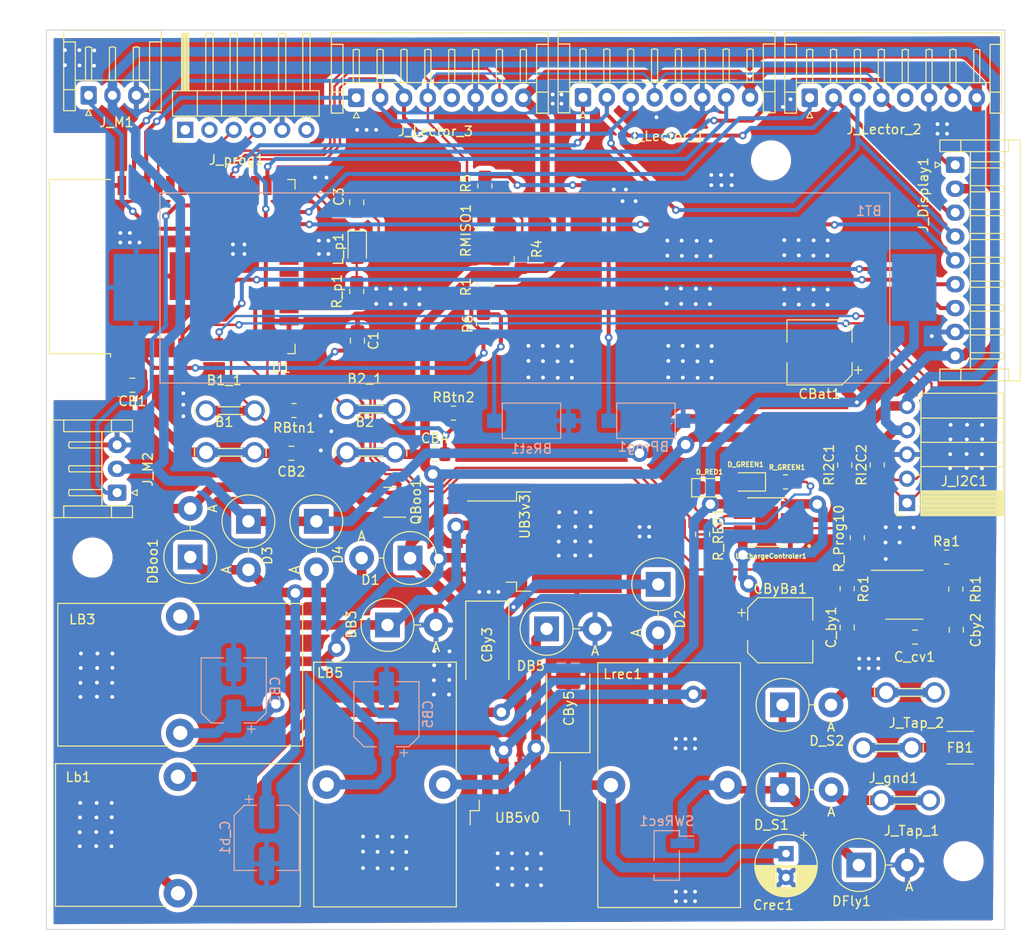
<source format=kicad_pcb>
(kicad_pcb (version 20211014) (generator pcbnew)
  (layers (0 "F.Cu" signal) (31 "B.Cu" signal) (34 "B.Paste" user) (35 "F.Paste" user) (36 "B.SilkS" user "B.Silkscreen") (37 "F.SilkS" user "F.Silkscreen") (38 "B.Mask" user) (39 "F.Mask" user) (44 "Edge.Cuts" user))
  (net 0 "")
  (net 1 "GND")
  (net 2 "Net-(BProg1-Pad1)")
  (net 3 "Net-(BRst1-Pad2)")
  (net 6 "/PowerModule/Battery Charge/Vo_bat")
  (net 7 "/En")
  (net 8 "/IO0")
  (net 9 "+3V3")
  (net 10 "/Butt_No_D")
  (net 11 "/Butt_D")
  (net 12 "/PowerModule/Buck5v0")
  (net 19 "/PowerModule/Boost_batt/TT")
  (net 20 "/PowerModule/Buck3v3/v_in")
  (net 21 "/PowerModule/Vo_rec")
  (net 22 "Net-(C_by1-Pad2)")
  (net 23 "/PowerModule/Boost5v0")
  (net 25 "Net-(C_cv1-Pad1)")
  (net 26 "+5V")
  (net 27 "Net-(DB3-Pad1)")
  (net 28 "Net-(DB5-Pad1)")
  (net 29 "Net-(DFly1-Pad1)")
  (net 30 "Net-(D_GREEN1-Pad1)")
  (net 31 "Net-(D_RED1-Pad1)")
  (net 32 "/PowerModule/Tap_1")
  (net 33 "/PowerModule/Tab_2")
  (net 34 "/PowerModule/R_Gnd")
  (net 35 "/MISO")
  (net 36 "/SCK")
  (net 37 "/MOSI")
  (net 38 "/D{slash}C")
  (net 39 "/Rst_D")
  (net 40 "/CS_Display")
  (net 41 "/I2C2")
  (net 42 "/I2C1")
  (net 43 "/CS_Lector1")
  (net 45 "/Rst_1")
  (net 46 "/CS_Lector2")
  (net 48 "/Rst_2")
  (net 49 "/CS_Lector3")
  (net 51 "/Rst_3")
  (net 52 "/PWM_M1")
  (net 53 "/PWM_M2")
  (net 56 "/Prog_Rx")
  (net 57 "/Prog_Tx")
  (net 59 "Net-(L_p1-Pad2)")
  (net 60 "/PowerModule/Boost_batt/PWM")
  (net 61 "Net-(Ra1-Pad2)")
  (net 62 "STDBY")
  (net 63 "/IO13")
  (net 64 "Net-(R_Prog10-Pad1)")
  (net 65 "CHRG")
  (net 67 "Net-(DBoo1-Pad2)")
  (footprint "Connector_JST:JST_EH_S8B-EH_1x08_P2.50mm_Horizontal" (layer "F.Cu") (at 182.014 57.0355)
    (fp_text reference "J_Lector_2")
    (fp_text value "Conn_01x08")
  )
  (footprint "Resistor_SMD:R_1812_4532Metric_Pad1.30x3.40mm_HandSolder" (layer "F.Cu") (at 197.7744 125.115)
    (fp_text reference "FB1")
    (fp_text value "FerriteBead" hide)
  )
  (footprint "Diode_THT:D_DO-201AE_P5.08mm_Vertical_AnodeUp" (layer "F.Cu") (at 140.1576 105.2522 180)
    (fp_text reference "D1")
    (fp_text value "1N5822")
  )
  (footprint "Capacitor_SMD:C_0805_2012Metric_Pad1.18x1.45mm_HandSolder" (layer "F.Cu") (at 134.64 82.4825 -90)
    (fp_text reference "C1")
    (fp_text value "100nF")
  )
  (footprint "MountingHole:MountingHole_3.2mm_M3_ISO14580" (layer "F.Cu") (at 198.13 137.0022)
    (fp_text reference "REF**" hide)
    (fp_text value "MountingHole_3.2mm_M3_ISO14580" hide)
  )
  (footprint "Capacitor_SMD:C_0805_2012Metric_Pad1.18x1.45mm_HandSolder" (layer "F.Cu") (at 142.758 94.381)
    (fp_text reference "CB4")
    (fp_text value "100nF")
  )
  (footprint "Capacitor_SMD:C_0805_2012Metric_Pad1.18x1.45mm_HandSolder" (layer "F.Cu") (at 111.065 87.145 180)
    (fp_text reference "CB1")
    (fp_text value "100nF")
  )
  (footprint "Connector_JST:JST_EH_S8B-EH_1x08_P2.50mm_Horizontal" (layer "F.Cu") (at 158.265 56.9975)
    (fp_text reference "J_Lector_1")
    (fp_text value "Conn_01x08")
  )
  (footprint "Diode_THT:D_DO-201AE_P5.08mm_Vertical_AnodeUp" (layer "F.Cu") (at 187.1572 137.4086)
    (fp_text reference "DFly1")
    (fp_text value "1N5822")
  )
  (footprint "Resistor_SMD:R_0805_2012Metric_Pad1.20x1.40mm_HandSolder" (layer "F.Cu") (at 196.352 105.1506)
    (fp_text reference "Ra1")
    (fp_text value "47")
  )
  (footprint "Capacitor_Tantalum_SMD:CP_EIA-7343-43_Kemet-X_Pad2.25x2.55mm_HandSolder" (layer "F.Cu") (at 148.2444 114.3454 -90)
    (fp_text reference "CBy3")
    (fp_text value "47u")
  )
  (footprint "Capacitor_SMD:C_0805_2012Metric_Pad1.18x1.45mm_HandSolder" (layer "F.Cu") (at 134.565 67.995 90)
    (fp_text reference "C3")
    (fp_text value "100nF")
  )
  (footprint "62409-1_Connector_Faston:TE_62409-1" (layer "F.Cu") (at 190.1544 125.115 180)
    (fp_text reference "J_gnd1")
    (fp_text value "62409-1")
  )
  (footprint "Inductor_THT:L_Toroid_Vertical_L25.4mm_W14.7mm_P12.20mm_Vishay_TJ5_BigPads" (layer "F.Cu") (at 116.075 111.375)
    (fp_text reference "LB3")
    (fp_text value "100u")
  )
  (footprint "Inductor_THT:L_Toroid_Vertical_L25.4mm_W14.7mm_P12.20mm_Vishay_TJ5_BigPads" (layer "F.Cu") (at 115.834 128.163)
    (fp_text reference "Lb1")
    (fp_text value "100u")
  )
  (footprint "Diode_THT:D_DO-201AE_P5.08mm_Vertical_AnodeUp" (layer "F.Cu") (at 123.22 101.405 -90)
    (fp_text reference "D3")
    (fp_text value "1N5822")
  )
  (footprint "Connector_JST:JST_EH_S8B-EH_1x08_P2.50mm_Horizontal" (layer "F.Cu") (at 134.516 57.0355)
    (fp_text reference "J_Lector_3")
    (fp_text value "Conn_01x08")
  )
  (footprint "Resistor_SMD:R_0805_2012Metric_Pad1.20x1.40mm_HandSolder" (layer "F.Cu") (at 185.684 95.4986 90)
    (fp_text reference "RI2C1")
    (fp_text value "10k")
  )
  (footprint "Capacitor_SMD:C_0805_2012Metric_Pad1.18x1.45mm_HandSolder" (layer "F.Cu") (at 127.7212 94.2794)
    (fp_text reference "CB2")
    (fp_text value "100nF")
  )
  (footprint "62409-1_Connector_Faston:TE_62409-1" (layer "F.Cu") (at 121.3204 89.809)
    (fp_text reference "B1_1")
    (fp_text value "62409-1")
  )
  (footprint "Resistor_SMD:R_0805_2012Metric_Pad1.20x1.40mm_HandSolder" (layer "F.Cu") (at 147.84 80.72 90)
    (fp_text reference "R6")
    (fp_text value "220")
  )
  (footprint "Resistor_SMD:R_0805_2012Metric_Pad1.20x1.40mm_HandSolder" (layer "F.Cu") (at 170.7996 102.763 -90)
    (fp_text reference "R_RED1")
    (fp_text value "1k")
  )
  (footprint "Connector_JST:JST_EH_S9B-EH_1x09_P2.50mm_Horizontal" (layer "F.Cu") (at 197.2575 64.07 -90)
    (fp_text reference "J_Display1")
    (fp_text value "Conn_01x09")
  )
  (footprint "Resistor_SMD:R_0805_2012Metric_Pad1.20x1.40mm_HandSolder" (layer "F.Cu") (at 147.99 66.27 -90)
    (fp_text reference "R5")
    (fp_text value "220")
  )
  (footprint "Capacitor_SMD:CP_Elec_6.3x5.8" (layer "F.Cu") (at 183.0424 83.713 180)
    (fp_text reference "CBat1")
    (fp_text value "10u")
  )
  (footprint "TP4056_Bcharge:SOP127P600X175-9N" (layer "F.Cu") (at 177.5074 101.493 180)
    (fp_text reference "U_ChargeControler1")
    (fp_text value "TP4056" hide)
  )
  (footprint "Package_SO:SOIC-8_3.9x4.9mm_P1.27mm" (layer "F.Cu") (at 191.921 109.0936)
    (fp_text reference "U_555" hide)
    (fp_text value "LM555xM")
  )
  (footprint "LED_SMD:LED_0805_2012Metric_Pad1.15x1.40mm_HandSolder" (layer "F.Cu") (at 171.5108 97.8862)
    (fp_text reference "D_RED1")
    (fp_text value "LED")
  )
  (footprint "Capacitor_SMD:CP_Elec_6.3x5.8" (layer "F.Cu") (at 178.9276 112.8214)
    (fp_text reference "CByBa1")
    (fp_text value "10u")
  )
  (footprint "62409-1_Connector_Faston:TE_62409-1" (layer "F.Cu") (at 192.054 130.633 180)
    (fp_text reference "J_Tap_1")
    (fp_text value "62409-1")
  )
  (footprint "LED_SMD:LED_0805_2012Metric_Pad1.15x1.40mm_HandSolder" (layer "F.Cu") (at 134.615 72.845 -90)
    (fp_text reference "L_p1")
    (fp_text value "LED")
  )
  (footprint "MountingHole:MountingHole_3.2mm_M3_ISO14580" (layer "F.Cu") (at 177.9624 63.6)
    (fp_text reference "REF**" hide)
    (fp_text value "MountingHole_3.2mm_M3_ISO14580" hide)
  )
  (footprint "Resistor_SMD:R_0805_2012Metric_Pad1.20x1.40mm_HandSolder" (layer "F.Cu") (at 186.9948 103.124 -90)
    (fp_text reference "R_Prog10")
    (fp_text value "10k")
  )
  (footprint "62409-1_Connector_Faston:TE_62409-1" (layer "F.Cu") (at 136.0524 89.6566)
    (fp_text reference "B2_1")
    (fp_text value "62409-1")
  )
  (footprint "62409-1_Connector_Faston:TE_62409-1" (layer "F.Cu") (at 136.0524 94.1778)
    (fp_text reference "B2")
    (fp_text value "62409-1")
  )
  (footprint "RF_Module:ESP32-WROOM-32" (layer "F.Cu") (at 118.2216 74.7214 90)
    (fp_text reference "U1")
    (fp_text value "ESP32-WROOM-32")
  )
  (footprint "Package_TO_SOT_SMD:SOT-23" (layer "F.Cu") (at 138.0336 99.4102 180)
    (fp_text reference "QBoo1")
    (fp_text value "SI2302")
  )
  (footprint "Diode_THT:D_DO-201AE_P5.08mm_Vertical_AnodeUp" (layer "F.Cu") (at 117.124 105.145 90)
    (fp_text reference "DBoo1")
    (fp_text value "1N5819")
  )
  (footprint "Capacitor_SMD:C_0805_2012Metric_Pad1.18x1.45mm_HandSolder" (layer "F.Cu") (at 193.05 113.5326 180)
    (fp_text reference "C_cv1")
    (fp_text value "10n")
  )
  (footprint "Diode_THT:D_DO-201AE_P5.08mm_Vertical_AnodeUp" (layer "F.Cu") (at 166.146 108.009 -90)
    (fp_text reference "D2")
    (fp_text value "1N5822")
  )
  (footprint "LED_SMD:LED_0805_2012Metric_Pad1.15x1.40mm_HandSolder" (layer "F.Cu") (at 175.524 97.2766 180)
    (fp_text reference "D_GREEN1")
    (fp_text value "LED")
  )
  (footprint "Package_TO_SOT_SMD:TO-263-5_TabPin3" (layer "F.Cu") (at 154.25 103.525)
    (fp_text reference "UB3v3")
    (fp_text value "LM2576S-5")
  )
  (footprint "Inductor_THT:L_Toroid_Vertical_L25.4mm_W14.7mm_P12.20mm_Vishay_TJ5_BigPads" (layer "F.Cu") (at 143.6256 128.9758 -90)
    (fp_text reference "LB5")
    (fp_text value "100u")
  )
  (footprint "MountingHole:MountingHole_3.2mm_M3_ISO14580" (layer "F.Cu") (at 106.8932 105.2014)
    (fp_text reference "REF**" hide)
    (fp_text value "MountingHole_3.2mm_M3_ISO14580" hide)
  )
  (footprint "Capacitor_THT:CP_Radial_D6.3mm_P2.50mm" (layer "F.Cu") (at 179.534 136.211621 -90)
    (fp_text reference "Crec1")
    (fp_text value "100u")
  )
  (footprint "Diode_THT:D_DO-201AE_P5.08mm_Vertical_AnodeUp" (layer "F.Cu") (at 179.188 129.52)
    (fp_text reference "D_S1")
    (fp_text value "1N5822")
  )
  (footprint "Resistor_SMD:R_0805_2012Metric_Pad1.20x1.40mm_HandSolder" (layer "F.Cu") (at 189.0876 95.4986 90)
    (fp_text reference "RI2C2")
    (fp_text value "10k")
  )
  (footprint "Resistor_SMD:R_0805_2012Metric_Pad1.20x1.40mm_HandSolder" (layer "F.Cu") (at 151.79 73.895 -90)
    (fp_text reference "R4")
    (fp_text value "10K")
  )
  (footprint "Resistor_SMD:R_0805_2012Metric_Pad1.20x1.40mm_HandSolder" (layer "F.Cu") (at 134.565 77.32 -90)
    (fp_text reference "R_p1")
    (fp_text value "47")
  )
  (footprint "62409-1_Connector_Faston:TE_62409-1" (layer "F.Cu") (at 121.3204 94.1778)
    (fp_text reference "B1")
    (fp_text value "62409-1")
  )
  (footprint "Capacitor_SMD:C_0805_2012Metric_Pad1.18x1.45mm_HandSolder" (layer "F.Cu") (at 197.368 112.7706 -90)
    (fp_text reference "Cby2")
    (fp_text value "0.1u")
  )
  (footprint "Resistor_SMD:R_0805_2012Metric_Pad1.20x1.40mm_HandSolder" (layer "F.Cu") (at 179.4864 97.2766)
    (fp_text reference "R_GREEN1")
    (fp_text value "1k")
  )
  (footprint "Package_TO_SOT_SMD:TO-263-5_TabPin3" (layer "F.Cu") (at 151.648 134.6654 -90)
    (fp_text reference "UB5v0")
    (fp_text value "LM2576S-5")
  )
  (footprint "Resistor_SMD:R_0805_2012Metric_Pad1.20x1.40mm_HandSolder" (layer "F.Cu") (at 185.938 108.4526 90)
    (fp_text reference "Ro1")
    (fp_text value "1k")
  )
  (footprint "Connector_JST:JST_EH_S3B-EH_1x03_P2.50mm_Horizontal" (layer "F.Cu") (at 109.465 98.405 90)
    (fp_text reference "J_M2")
    (fp_text value "Conn_01x03")
  )
  (footprint "Capacitor_SMD:C_0805_2012Metric_Pad1.18x1.45mm_HandSolder" (layer "F.Cu") (at 185.938 112.5166 90)
    (fp_text reference "C_by1")
    (fp_text value "10n")
  )
  (footprint "Connector_PinSocket_2.54mm:PinSocket_1x05_P2.54mm_Horizontal" (layer "F.Cu") (at 192.206 99.481 180)
    (fp_text reference "J_I2C1")
    (fp_text value "Conn_01x05_Male")
  )
  (footprint "Resistor_SMD:R_0805_2012Metric_Pad1.20x1.40mm_HandSolder" (layer "F.Cu") (at 147.89 70.795 -90)
    (fp_text reference "RMISO1")
    (fp_text value "10k")
  )
  (footprint "Connector_JST:JST_EH_S3B-EH_1x03_P2.50mm_Horizontal" (layer "F.Cu") (at 106.476 56.7815)
    (fp_text reference "J_M1")
    (fp_text value "Conn_01x03")
  )
  (footprint "Connector_PinHeader_2.54mm:PinHeader_1x06_P2.54mm_Horizontal" (layer "F.Cu") (at 116.596 60.402 90)
    (fp_text reference "J_prog1")
    (fp_text value "Conn_01x06_Male")
  )
  (footprint "Resistor_SMD:R_0805_2012Metric_Pad1.20x1.40mm_HandSolder" (layer "F.Cu") (at 144.7 90.075)
    (fp_text reference "RBtn2")
    (fp_text value "10K")
  )
  (footprint "Diode_THT:D_DO-201AE_P5.08mm_Vertical_AnodeUp" (layer "F.Cu") (at 137.7892 112.2626)
    (fp_text reference "DB3")
    (fp_text value "1N5822")
  )
  (footprint "Resistor_SMD:R_0805_2012Metric_Pad1.20x1.40mm_HandSolder" (layer "F.Cu") (at 128 89.8 180)
    (fp_text reference "RBtn1")
    (fp_text value "10K")
  )
  (footprint "Resistor_SMD:R_0805_2012Metric_Pad1.20x1.40mm_HandSolder" (layer "F.Cu") (at 147.94 76.62 -90)
    (fp_text reference "R1")
    (fp_text value "10K")
  )
  (footprint "Resistor_SMD:R_0805_2012Metric_Pad1.20x1.40mm_HandSolder" (layer "F.Cu") (at 197.3172 108.5034 -90)
    (fp_text reference "Rb1")
    (fp_text value "100")
  )
  (footprint "Diode_THT:D_DO-201AE_P5.08mm_Vertical_AnodeUp" (layer "F.Cu") (at 154.4516 112.669)
    (fp_text reference "DB5")
    (fp_text value "1N5822")
  )
  (footprint "Inductor_THT:L_Toroid_Vertical_L25.4mm_W14.7mm_P12.20mm_Vishay_TJ5_BigPads" (layer "F.Cu") (at 173.39 129.042 -90)
    (fp_text reference "Lrec1")
    (fp_text value "440m")
  )
  (footprint "Diode_THT:D_DO-201AE_P5.08mm_Vertical_AnodeUp" (layer "F.Cu") (at 130.332 101.405 -90)
    (fp_text reference "D4")
    (fp_text value "1N5822")
  )
  (footprint "Capacitor_Tantalum_SMD:CP_EIA-7343-43_Kemet-X_Pad2.25x2.55mm_HandSolder" (layer "F.Cu") (at 156.728 121.051 90)
    (fp_text reference "CBy5")
    (fp_text value "47u")
  )
  (footprint "62409-1_Connector_Faston:TE_62409-1" (layer "F.Cu") (at 192.562 119.333 180)
    (fp_text reference "J_Tap_2")
    (fp_text value "62409-1")
  )
  (footprint "Diode_THT:D_DO-201AE_P5.08mm_Vertical_AnodeUp" (layer "F.Cu") (at 179.166 120.63)
    (fp_text reference "D_S2")
    (fp_text value "1N5822")
  )
  (footprint "Battery:BatteryHolder_MPD_BH-18650-PC2" (layer "B.Cu") (at 189.3918 77.1872 180)
    (fp_text reference "BT1")
    (fp_text value "Battery_Cell")
  )
  (footprint "Capacitor_SMD:CP_Elec_6.3x5.8" (layer "B.Cu") (at 137.678 121.6098 90)
    (fp_text reference "CB5")
    (fp_text value "22u")
  )
  (footprint "Capacitor_SMD:CP_Elec_6.3x5.8" (layer "B.Cu") (at 125.1304 134.5638 -90)
    (fp_text reference "C_b1")
    (fp_text value "C_Polarized")
  )
  (footprint "Button_Switch_SMD:SW_SPST_CK_RS282G05A3" (layer "B.Cu") (at 152.8672 90.8758 180)
    (fp_text reference "BRst1")
    (fp_text value "SW_DIP_x01")
  )
  (footprint "Button_Switch_SMD:SW_SPST_CK_RS282G05A3" (layer "B.Cu") (at 164.856 90.8758)
    (fp_text reference "BProg1")
    (fp_text value "SW_DIP_x02")
  )
  (footprint "Connector_PinHeader_2.54mm:PinHeader_1x02_P2.54mm_Vertical_SMD_Pin1Left" (layer "B.Cu") (at 167.036 136.408 180)
    (fp_text reference "SWRec1")
    (fp_text value "SW_DIP_x01")
  )
  (footprint "Capacitor_SMD:CP_Elec_6.3x5.8" (layer "B.Cu") (at 121.676 119.1206 90)
    (fp_text reference "CB3")
    (fp_text value "22u")
  )
  (gr_rect (start 202.448 144.165) (end 102.0672 49.931) (layer "Edge.Cuts") (width 0.1) (fill none))
  (via (at 188.2 116.8) (size 0.8) (drill 0.4) (layers "F.Cu" "B.Cu") (net 1))
  (via (at 147.4 108.8) (size 0.8) (drill 0.4) (layers "F.Cu" "B.Cu") (net 1))
  (via (at 198.5 91.3) (size 0.8) (drill 0.4) (layers "F.Cu" "B.Cu") (net 1))
  (via (at 138.3 134.45) (size 0.8) (drill 0.4) (layers "F.Cu" "B.Cu") (net 1))
  (via (at 136.725 134.425) (size 0.8) (drill 0.4) (layers "F.Cu" "B.Cu") (net 1))
  (via (at 173.8376 66.1924) (size 0.8) (drill 0.4) (layers "F.Cu" "B.Cu") (net 1))
  (via (at 170.1 77.05) (size 0.8) (drill 0.4) (layers "F.Cu" "B.Cu") (net 1))
  (via (at 109.8 71.2) (size 0.8) (drill 0.4) (layers "F.Cu" "B.Cu") (net 1))
  (via (at 142.675 116.475) (size 0.8) (drill 0.4) (layers "F.Cu" "B.Cu") (net 1))
  (via (at 188.2 115.8) (size 0.8) (drill 0.4) (layers "F.Cu" "B.Cu") (net 1))
  (via (at 157.475 101.975) (size 0.8) (drill 0.4) (layers "F.Cu" "B.Cu") (net 1))
  (via (at 108.9 132.4) (size 0.8) (drill 0.4) (layers "F.Cu" "B.Cu") (net 1))
  (via (at 138.125 78.65) (size 0.8) (drill 0.4) (layers "F.Cu" "B.Cu") (net 1))
  (via (at 165.2 102) (size 0.8) (drill 0.4) (layers "F.Cu" "B.Cu") (net 1))
  (via (at 107.05 53.675) (size 0.8) (drill 0.4) (layers "F.Cu" "B.Cu") (net 1))
  (via (at 168 140.2) (size 0.8) (drill 0.4) (layers "F.Cu" "B.Cu") (net 1))
  (via (at 121.6 72.4) (size 0.8) (drill 0.4) (layers "F.Cu" "B.Cu") (net 1))
  (via (at 168.725 84.625) (size 0.8) (drill 0.4) (layers "F.Cu" "B.Cu") (net 1))
  (via (at 170 124.2) (size 0.8) (drill 0.4) (layers "F.Cu" "B.Cu") (net 1))
  (via (at 155.775 100.45) (size 0.8) (drill 0.4) (layers "F.Cu" "B.Cu") (net 1))
  (via (at 130.775 90.35) (size 0.8) (drill 0.4) (layers "F.Cu" "B.Cu") (net 1))
  (via (at 144.225 119.55) (size 0.8) (drill 0.4) (layers "F.Cu" "B.Cu") (net 1))
  (via (at 165.9636 59.0804) (size 0.8) (drill 0.4) (layers "F.Cu" "B.Cu") (net 1))
  (via (at 183.875 73.575) (size 0.8) (drill 0.4) (layers "F.Cu" "B.Cu") (net 1))
  (via (at 189.2 116.8) (size 0.8) (drill 0.4) (layers "F.Cu" "B.Cu") (net 1))
  (via (at 171.75 86.375) (size 0.8) (drill 0.4) (layers "F.Cu" "B.Cu") (net 1))
  (via (at 200.05 94.375) (size 0.8) (drill 0.4) (layers "F.Cu" "B.Cu") (net 1))
  (via (at 162.4076 67.8688) (size 0.8) (drill 0.4) (layers "F.Cu" "B.Cu") (net 1))
  (via (at 167.2 83.025) (size 0.8) (drill 0.4) (layers "F.Cu" "B.Cu") (net 1))
  (via (at 122.8 73.4) (size 0.8) (drill 0.4) (layers "F.Cu" "B.Cu") (net 1))
  (via (at 170.175 72.025) (size 0.8) (drill 0.4) (layers "F.Cu" "B.Cu") (net 1))
  (via (at 105.55 135.45) (size 0.8) (drill 0.4) (layers "F.Cu" "B.Cu") (net 1))
  (via (at 152.4 136.2) (size 0.8) (drill 0.4) (layers "F.Cu" "B.Cu") (net 1))
  (via (at 167.96773 125.168076) (size 0.8) (drill 0.4) (layers "F.Cu" "B.Cu") (net 1))
  (via (at 105.55 133.975) (size 0.8) (drill 0.4) (layers "F.Cu" "B.Cu") (net 1))
  (via (at 131.4 65.4) (size 0.8) (drill 0.4) (layers "F.Cu" "B.Cu") (net 1))
  (via (at 116.4 90.4) (size 0.8) (drill 0.4) (layers "F.Cu" "B.Cu") (net 1))
  (via (at 152.375 137.8) (size 0.8) (drill 0.4) (layers "F.Cu" "B.Cu") (net 1))
  (via (at 155.725 103.525) (size 0.8) (drill 0.4) (layers "F.Cu" "B.Cu") (net 1))
  (via (at 154.075 86.35) (size 0.8) (drill 0.4) (layers "F.Cu" "B.Cu") (net 1))
  (via (at 155.0924 56.6928) (size 0.8) (drill 0.4) (layers "F.Cu" "B.Cu") (net 1))
  (via (at 105.625 119.8) (size 0.8) (drill 0.4) (layers "F.Cu" "B.Cu") (net 1))
  (via (at 171.75 83.05) (size 0.8) (drill 0.4) (layers "F.Cu" "B.Cu") (net 1))
  (via (at 154.05 83.025) (size 0.8) (drill 0.4) (layers "F.Cu" "B.Cu") (net 1))
  (via (at 168.7 83.025) (size 0.8) (drill 0.4) (layers "F.Cu" "B.Cu") (net 1))
  (via (at 136.75 137.75) (size 0.8) (drill 0.4) (layers "F.Cu" "B.Cu") (net 1))
  (via (at 196.725 95.85) (size 0.8) (drill 0.4) (layers "F.Cu" "B.Cu") (net 1))
  (via (at 135.225 136) (size 0.8) (drill 0.4) (layers "F.Cu" "B.Cu") (net 1))
  (via (at 180.875 78.7) (size 0.8) (drill 0.4) (layers "F.Cu" "B.Cu") (net 1))
  (via (at 131.6 73.4) (size 0.8) (drill 0.4) (layers "F.Cu" "B.Cu") (net 1))
  (via (at 131.6 72) (size 0.8) (drill 0.4) (layers "F.Cu" "B.Cu") (net 1))
  (via (at 198.45 95.825) (size 0.8) (drill 0.4) (layers "F.Cu" "B.Cu") (net 1))
  (via (at 159.075 100.45) (size 0.8) (drill 0.4) (layers "F.Cu" "B.Cu") (net 1))
  (via (at 196.4 60.8) (size 0.8) (drill 0.4) (layers "F.Cu" "B.Cu") (net 1))
  (via (at 108.95 119.8) (size 0.8) (drill 0.4) (layers "F.Cu" "B.Cu") (net 1))
  (via (at 109.8 72.2) (size 0.8) (drill 0.4) (layers "F.Cu" "B.Cu") (net 1))
  (via (at 149.325 137.75) (size 0.8) (drill 0.4) (layers "F.Cu" "B.Cu") (net 1))
  (via (at 142.65 118.05) (size 0.8) (drill 0.4) (layers "F.Cu" "B.Cu") (net 1))
  (via (at 104 53.625) (size 0.8) (drill 0.4) (layers "F.Cu" "B.Cu") (net 1))
  (via (at 130.8 93.975) (size 0.8) (drill 0.4) (layers "F.Cu" "B.Cu") (net 1))
  (via (at 108.95 118.325) (size 0.8) (drill 0.4) (layers "F.Cu" "B.Cu") (net 1))
  (via (at 136.6 60.4) (size 0.8) (drill 0.4) (layers "F.Cu" "B.Cu") (net 1))
  (via (at 130.6 73.4) (size 0.8) (drill 0.4) (layers "F.Cu" "B.Cu") (net 1))
  (via (at 130.6 72) (size 0.8) (drill 0.4) (layers "F.Cu" "B.Cu") (net 1))
  (via (at 171.704 65.1256) (size 0.8) (drill 0.4) (layers "F.Cu" "B.Cu") (net 1))
  (via (at 108.975 115.25) (size 0.8) (drill 0.4) (layers "F.Cu" "B.Cu") (net 1))
  (via (at 180.85 77.1) (size 0.8) (drill 0.4) (layers "F.Cu" "B.Cu") (net 1))
  (via (at 136.6 78.625) (size 0.8) (drill 0.4) (layers "F.Cu" "B.Cu") (net 1))
  (via (at 196.75 92.825) (size 0.8) (drill 0.4) (layers "F.Cu" "B.Cu") (net 1))
  (via (at 179.35 71.95) (size 0.8) (drill 0.4) (layers "F.Cu" "B.Cu") (net 1))
  (via (at 141.15 77.075) (size 0.8) (drill 0.4) (layers "F.Cu" "B.Cu") (net 1))
  (via (at 179.35 77.1) (size 0.8) (drill 0.4) (layers "F.Cu" "B.Cu") (net 1))
  (via (at 139.775 137.775) (size 0.8) (drill 0.4) (layers "F.Cu" "B.Cu") (net 1))
  (via (at 168.55 78.625) (size 0.8) (drill 0.4) (layers "F.Cu" "B.Cu") (net 1))
  (via (at 107.075 52.075) (size 0.8) (drill 0.4) (layers "F.Cu" "B.Cu") (net 1))
  (via (at 182.425 71.975) (size 0.8) (drill 0.4) (layers "F.Cu" "B.Cu") (net 1))
  (via (at 144.25 118.025) (size 0.8) (drill 0.4) (layers "F.Cu" "B.Cu") (net 1))
  (via (at 150.85 139.5) (size 0.8) (drill 0.4) (layers "F.Cu" "B.Cu") (net 1))
  (via (at 171.55 78.65) (size 0.8) (drill 0.4) (layers "F.Cu" "B.Cu") (net 1))
  (via (at 142.65 119.55) (size 0.8) (drill 0.4) (layers "F.Cu" "B.Cu") (net 1))
  (via (at 157.075 84.65) (size 0.8) (drill 0.4) (layers "F.Cu" "B.Cu") (net 1))
  (via (at 110.8 72.2) (size 0.8) (drill 0.4) (layers "F.Cu" "B.Cu") (net 1))
  (via (at 169 124.2) (size 0.8) (drill 0.4) (layers "F.Cu" "B.Cu") (net 1))
  (via (at 152.55 84.6) (size 0.8) (drill 0.4) (layers "F.Cu" "B.Cu") (net 1))
  (via (at 105.575 132.425) (size 0.8) (drill 0.4) (layers "F.Cu" "B.Cu") (net 1))
  (via (at 157.45 103.5) (size 0.8) (drill 0.4) (layers "F.Cu" "B.Cu") (net 1))
  (via (at 191.45 102.025) (size 0.8) (drill 0.4) (layers "F.Cu" "B.Cu") (net 1))
  (via (at 168.625 73.6) (size 0.8) (drill 0.4) (layers "F.Cu" "B.Cu") (net 1))
  (via (at 153.875 139.525) (size 0.8) (drill 0.4) (layers "F.Cu" "B.Cu") (net 1))
  (via (at 183.9 77.125) (size 0.8) (drill 0.4) (layers "F.Cu" "B.Cu") (net 1))
  (via (at 179.35 78.675) (size 0.8) (drill 0.4) (layers "F.Cu" "B.Cu") (net 1))
  (via (at 180.875 73.55) (size 0.8) (drill 0.4) (layers "F.Cu" "B.Cu") (net 1))
  (via (at 155.625 83.05) (size 0.8) (drill 0.4) (layers "F.Cu" "B.Cu") (net 1))
  (via (at 168 124.2) (size 0.8) (drill 0.4) (layers "F.Cu" "B.Cu") (net 1))
  (via (at 144.275 115.025) (size 0.8) (drill 0.4) (layers "F.Cu" "B.Cu") (net 1))
  (via (at 142.675 115) (size 0.8) (drill 0.4) (layers "F.Cu" "B.Cu") (net 1))
  (via (at 200.075 91.3) (size 0.8) (drill 0.4) (layers "F.Cu" "B.Cu") (net 1))
  (via (at 149.325 136.175) (size 0.8) (drill 0.4) (layers "F.Cu" "B.Cu") (net 1))
  (via (at 189.95 103.625) (size 0.8) (drill 0.4) (layers "F.Cu" "B.Cu") (net 1))
  (via (at 105.525 53.65) (size 0.8) (drill 0.4) (layers "F.Cu" "B.Cu") (net 1))
  (via (at 161.4932 66.6496) (size 0.8) (drill 0.4) (layers "F.Cu" "B.Cu") (net 1))
  (via (at 149.325 139.475) (size 0.8) (drill 0.4) (layers "F.Cu" "B.Cu") (net 1))
  (via (at 167.1 72) (size 0.8) (drill 0.4) (layers "F.Cu" "B.Cu") (net 1))
  (via (at 107.275 135.425) (size 0.8) (drill 0.4) (layers "F.Cu" "B.Cu") (net 1))
  (via (at 170 140.2) (size 0.8) (drill 0.4) (layers "F.Cu" "B.Cu") (net 1))
  (via (at 171.625 73.625) (size 0.8) (drill 0.4) (layers "F.Cu" "B.Cu") (net 1))
  (via (at 153.85 137.8) (size 0.8) (drill 0.4) (layers "F.Cu" "B.Cu") (net 1))
  (via (at 135.225 137.725) (size 0.8) (drill 0.4) (layers "F.Cu" "B.Cu") (net 1))
  (via (at 136.75 136.025) (size 0.8) (drill 0.4) (layers "F.Cu" "B.Cu") (net 1))
  (via (at 152.4 139.525) (size 0.8) (drill 0.4) (layers "F.Cu" "B.Cu") (net 1))
  (via (at 155.75 101.975) (size 0.8) (drill 0.4) (layers "F.Cu" "B.Cu") (net 1))
  (via (at 157.5 100.45) (size 0.8) (drill 0.4) (layers "F.Cu" "B.Cu") (net 1))
  (via (at 198.475 92.825) (size 0.8) (drill 0.4) (layers "F.Cu" "B.Cu") (net 1))
  (via (at 169 141.2) (size 0.8) (drill 0.4) (layers "F.Cu" "B.Cu") (net 1))
  (via (at 170.25 84.65) (size 0.8) (drill 0.4) (layers "F.Cu" "B.Cu") (net 1))
  (via (at 189.2 115.8) (size 0.8) (drill 0.4) (layers "F.Cu" "B.Cu") (net 1))
  (via (at 187.2 116.8) (size 0.8) (drill 0.4) (layers "F.Cu" "B.Cu") (net 1))
  (via (at 155.6 84.65) (size 0.8) (drill 0.4) (layers "F.Cu" "B.Cu") (net 1))
  (via (at 105.675 115.25) (size 0.8) (drill 0.4) (layers "F.Cu" "B.Cu") (net 1))
  (via (at 187.2 115.8) (size 0.8) (drill 0.4) (layers "F.Cu" "B.Cu") (net 1))
  (via (at 200.075 92.8) (size 0.8) (drill 0.4) (layers "F.Cu" "B.Cu") (net 1))
  (via (at 168.6 72) (size 0.8) (drill 0.4) (layers "F.Cu" "B.Cu") (net 1))
  (via (at 171.65 72.025) (size 0.8) (drill 0.4) (layers "F.Cu" "B.Cu") (net 1))
  (via (at 155.725 105) (size 0.8) (drill 0.4) (layers "F.Cu" "B.Cu") (net 1))
  (via (at 136.6 77.05) (size 0.8) (drill 0.4) (layers "F.Cu" "B.Cu") (net 1))
  (via (at 172.7708 66.1924) (size 0.8) (drill 0.4) (layers "F.Cu" "B.Cu") (net 1))
  (via (at 196.725 94.375) (size 0.8) (drill 0.4) (layers "F.Cu" "B.Cu") (net 1))
  (via (at 110.8 71.2) (size 0.8) (drill 0.4) (layers "F.Cu" "B.Cu") (net 1))
  (via (at 169 125.2) (size 0.8) (drill 0.4) (layers "F.Cu" "B.Cu") (net 1))
  (via (at 195.4 59.8) (size 0.8) (drill 0.4) (layers "F.Cu" "B.Cu") (net 1))
  (via (at 170.075 78.65) (size 0.8) (drill 0.4) (layers "F.Cu" "B.Cu") (net 1))
  (via (at 152.55 83.025) (size 0.8) (drill 0.4) (layers "F.Cu" "B.Cu") (net 1))
  (via (at 159.05 105) (size 0.8) (drill 0.4) (layers "F.Cu" "B.Cu") (net 1))
  (via (at 179.2 58) (size 0.8) (drill 0.4) (layers "F.Cu" "B.Cu") (net 1))
  (via (at 107.35 118.3) (size 0.8) (drill 0.4) (layers "F.Cu" "B.Cu") (net 1))
  (via (at 149.4 108.8) (size 0.8) (drill 0.4) (layers "F.Cu" "B.Cu") (net 1))
  (via (at 170 125.2) (size 0.8) (drill 0.4) (layers "F.Cu" "B.Cu") (net 1))
  (via (at 198.45 94.35) (size 0.8) (drill 0.4) (layers "F.Cu" "B.Cu") (net 1))
  (via (at 159.075 101.95) (size 0.8) (drill 0.4) (layers "F.Cu" "B.Cu") (net 1))
  (via (at 164.2 102) (size 0.8) (drill 0.4) (layers "F.Cu" "B.Cu") (net 1))
  (via (at 159.05 103.525) (size 0.8) (drill 0.4) (layers "F.Cu" "B.Cu") (net 1))
  (via (at 180.85 71.95) (size 0.8) (drill 0.4) (layers "F.Cu" "B.Cu") (net 1))
  (via (at 139.775 134.45) (size 0.8) (drill 0.4) (layers "F.Cu" "B.Cu") (net 1))
  (via (at 191.425 103.625) (size 0.8) (drill 0.4) (layers "F.Cu" "B.Cu") (net 1))
  (via (at 168 141.2) (size 0.8) (drill 0.4) (layers "F.Cu" "B.Cu") (net 1))
  (via (at 156.0068 56.6928) (size 0.8) (drill 0.4) (layers "F.Cu" "B.Cu") (net 1))
  (via (at 180 57.2) (size 0.8) (drill 0.4) (layers "F.Cu" "B.Cu") (net 1))
  (via (at 105.65 116.775) (size 0.8) (drill 0.4) (layers "F.Cu" "B.Cu") (net 1))
  (via (at 183.9 71.975) (size 0.8) (drill 0.4) (layers "F.Cu" "B.Cu") (net 1))
  (via (at 194.8 82) (size 0.8) (drill 0.4) (layers "F.Cu" "B.Cu") (net 1))
  (via (at 116.4 88) (size 0.8) (drill 0.4) (layers "F.Cu" "B.Cu") (net 1))
  (via (at 107.3 132.425) (size 0.8) (drill 0.4) (layers "F.Cu" "B.Cu") (net 1))
  (via (at 170.275 83.05) (size 0.8) (drill 0.4) (layers "F.Cu" "B.Cu") (net 1))
  (via (at 155.0924 57.658) (size 0.8) (drill 0.4) (layers "F.Cu" "B.Cu") (net 1))
  (via (at 182.4 78.725) (size 0.8) (drill 0.4) (layers "F.Cu" "B.Cu") (net 1))
  (via (at 163.7792 67.8688) (size 0.8) (drill 0.4) (layers "F.Cu" "B.Cu") (net 1))
  (via (at 105.625 118.325) (size 0.8) (drill 0.4) (layers "F.Cu" "B.Cu") (net 1))
  (via (at 131.9 91.975) (size 0.8) (drill 0.4) (layers "F.Cu" "B.Cu") (net 1))
  (via (at 182.425 77.125) (size 0.8) (drill 0.4) (layers "F.Cu" "B.Cu") (net 1))
  (via (at 155.625 86.375) (size 0.8) (drill 0.4) (layers "F.Cu" "B.Cu") (net 1))
  (via (at 107.35 119.775) (size 0.8) (drill 0.4) (layers "F.Cu" "B.Cu") (net 1))
  (via (at 169 140.2) (size 0.8) (drill 0.4) (layers "F.Cu" "B.Cu") (net 1))
  (via (at 153.875 136.2) (size 0.8) (drill 0.4) (layers "F.Cu" "B.Cu") (net 1))
  (via (at 154.075 84.625) (size 0.8) (drill 0.4) (layers "F.Cu" "B.Cu") (net 1))
  (via (at 189.975 105.35) (size 0.8) (drill 0.4) (layers "F.Cu" "B.Cu") (net 1))
  (via (at 167.025 78.6) (size 0.8) (drill 0.4) (layers "F.Cu" "B.Cu") (net 1))
  (via (at 195.4 60.8) (size 0.8) (drill 0.4) (layers "F.Cu" "B.Cu") (net 1))
  (via (at 138.275 136.05) (size 0.8) (drill 0.4) (layers "F.Cu" "B.Cu") (net 1))
  (via (at 192.8876 102.0572) (size 0.8) (drill 0.4) (layers "F.Cu" "B.Cu") (net 1))
  (via (at 144.275 116.5) (size 0.8) (drill 0.4) (layers "F.Cu" "B.Cu") (net 1))
  (via (at 164.2 103) (size 0.8) (drill 0.4) (layers "F.Cu" "B.Cu") (net 1))
  (via (at 105.5 52.05) (size 0.8) (drill 0.4) (layers "F.Cu" "B.Cu") (net 1))
  (via (at 182.4 73.575) (size 0.8) (drill 0.4) (layers "F.Cu" "B.Cu") (net 1))
  (via (at 200.05 95.85) (size 0.8) (drill 0.4) (layers "F.Cu" "B.Cu") (net 1))
  (via (at 138.1 77.05) (size 0.8) (drill 0.4) (layers "F.Cu" "B.Cu") (net 1))
  (via (at 141.125 78.675) (size 0.8) (drill 0.4) (layers "F.Cu" "B.Cu") (net 1))
  (via (at 121.6 73.4) (size 0.8) (drill 0.4) (layers "F.Cu" "B.Cu") (net 1))
  (via (at 171.725 84.65) (size 0.8) (drill 0.4) (layers "F.Cu" "B.Cu") (net 1))
  (via (at 170 141.2) (size 0.8) (drill 0.4) (layers "F.Cu" "B.Cu") (net 1))
  (via (at 167.1 73.575) (size 0.8) (drill 0.4) (layers "F.Cu" "B.Cu") (net 1))
  (via (at 168.725 86.35) (size 0.8) (drill 0.4) (layers "F.Cu" "B.Cu") (net 1))
  (via (at 167.025 77.025) (size 0.8) (drill 0.4) (layers "F.Cu" "B.Cu") (net 1))
  (via (at 134.6 60.4) (size 0.8) (drill 0.4) (layers "F.Cu" "B.Cu") (net 1))
  (via (at 179.35 73.525) (size 0.8) (drill 0.4) (layers "F.Cu" "B.Cu") (net 1))
  (via (at 139.75 136.05) (size 0.8) (drill 0.4) (layers "F.Cu" "B.Cu") (net 1))
  (via (at 183.875 78.725) (size 0.8) (drill 0.4) (layers "F.Cu" "B.Cu") (net 1))
  (via (at 138.3 137.775) (size 0.8) (drill 0.4) (layers "F.Cu" "B.Cu") (net 1))
  (via (at 139.65 78.675) (size 0.8) (drill 0.4) (layers "F.Cu" "B.Cu") (net 1))
  (via (at 171.704 66.1924) (size 0.8) (drill 0.4) (layers "F.Cu" "B.Cu") (net 1))
  (via (at 168.525 77.025) (size 0.8) (drill 0.4) (layers "F.Cu" "B.Cu") (net 1))
  (via (at 104 52.05) (size 0.8) (drill 0.4) (layers "F.Cu" "B.Cu") (net 1))
  (via (at 107.375 116.775) (size 0.8) (drill 0.4) (layers "F.Cu" "B.Cu") (net 1))
  (via (at 122.8 72.4) (size 0.8) (drill 0.4) (layers "F.Cu" "B.Cu") (net 1))
  (via (at 156.0068 57.658) (size 0.8) (drill 0.4) (layers "F.Cu" "B.Cu") (net 1))
  (via (at 170.15 73.625) (size 0.8) (drill 0.4) (layers "F.Cu" "B.Cu") (net 1))
  (via (at 171.575 77.05) (size 0.8) (drill 0.4) (layers "F.Cu" "B.Cu") (net 1))
  (via (at 167.2 86.325) (size 0.8) (drill 0.4) (layers "F.Cu" "B.Cu") (net 1))
  (via (at 107.4 115.25) (size 0.8) (drill 0.4) (layers "F.Cu" "B.Cu") (net 1))
  (via (at 172.72 65.1256) (size 0.8) (drill 0.4) (layers "F.Cu" "B.Cu") (net 1))
  (via (at 130.2 65.4) (size 0.8) (drill 0.4) (layers "F.Cu" "B.Cu") (net 1))
  (via (at 196.4 59.8) (size 0.8) (drill 0.4) (layers "F.Cu" "B.Cu") (net 1))
  (via (at 157.1 83.05) (size 0.8) (drill 0.4) (layers "F.Cu" "B.Cu") (net 1))
  (via (at 135.225 134.425) (size 0.8) (drill 0.4) (layers "F.Cu" "B.Cu") (net 1))
  (via (at 196.775 91.3) (size 0.8) (drill 0.4) (layers "F.Cu" "B.Cu") (net 1))
  (via (at 116.393615 89.191948) (size 0.8) (drill 0.4) (layers "F.Cu" "B.Cu") (net 1))
  (via (at 105.6 130.9) (size 0.8) (drill 0.4) (layers "F.Cu" "B.Cu") (net 1))
  (via (at 139.675 77.075) (size 0.8) (drill 0.4) (layers "F.Cu" "B.Cu") (net 1))
  (via (at 157.1 86.375) (size 0.8) (drill 0.4) (layers "F.Cu" "B.Cu") (net 1))
  (via (at 148.4 108.8) (size 0.8) (drill 0.4) (layers "F.Cu" "B.Cu") (net 1))
  (via (at 189.975 102.025) (size 0.8) (drill 0.4) (layers "F.Cu" "B.Cu") (net 1))
  (via (at 162.7632 66.6496) (size 0.8) (drill 0.4) (layers "F.Cu" "B.Cu") (net 1))
  (via (at 108.975 116.75) (size 0.8) (drill 0.4) (layers "F.Cu" "B.Cu") (net 1))
  (via (at 135.6 60.4) (size 0.8) (drill 0.4) (layers "F.Cu" "B.Cu") (net 1))
  (via (at 150.825 136.175) (size 0.8) (drill 0.4) (layers "F.Cu" "B.Cu") (net 1))
  (via (at 167.2 84.6) (size 0.8) (drill 0.4) (layers "F.Cu" "B.Cu") (net 1))
  (via (at 108.875 135.45) (size 0.8) (drill 0.4) (layers "F.Cu" "B.Cu") (net 1))
  (via (at 108.875 133.975) (size 0.8) (drill 0.4) (layers "F.Cu" "B.Cu") (net 1))
  (via (at 165.2 103) (size 0.8) (drill 0.4) (layers "F.Cu" "B.Cu") (net 1))
  (via (at 111.8 72.2) (size 0.8) (drill 0.4) (layers "F.Cu" "B.Cu") (net 1))
  (via (at 170.275 86.375) (size 0.8) (drill 0.4) (layers "F.Cu" "B.Cu") (net 1))
  (via (at 108.9 130.9) (size 0.8) (drill 0.4) (layers "F.Cu" "B.Cu") (net 1))
  (via (at 107.275 133.95) (size 0.8) (drill 0.4) (layers "F.Cu" "B.Cu") (net 1))
  (via (at 157.45 104.975) (size 0.8) (drill 0.4) (layers "F.Cu" "B.Cu") (net 1))
  (via (at 173.8376 65.1256) (size 0.8) (drill 0.4) (layers "F.Cu" "B.Cu") (net 1))
  (via (at 152.55 86.325) (size 0.8) (drill 0.4) (layers "F.Cu" "B.Cu") (net 1))
  (via (at 150.85 137.775) (size 0.8) (drill 0.4) (layers "F.Cu" "B.Cu") (net 1))
  (via (at 107.325 130.9) (size 0.8) (drill 0.4) (layers "F.Cu" "B.Cu") (net 1))
  (segment (start 158.0996 66.187) (end 157.1852 66.187) (width 0.42) (layer "F.Cu") (net 2))
  (segment (start 147.99 65.27) (end 150.477 65.27) (width 0.42) (layer "F.Cu") (net 2))
  (segment (start 160.956 69.0434) (end 158.0996 66.187) (width 0.42) (layer "F.Cu") (net 2))
  (segment (start 150.477 65.27) (end 151.394 66.187) (width 0.42) (layer "F.Cu") (net 2))
  (segment (start 160.956 73.971) (end 160.956 69.0434) (width 0.42) (layer "F.Cu") (net 2))
  (segment (start 160.956 82.1498) (end 160.956 73.971) (width 0.42) (layer "F.Cu") (net 2))
  (via (at 157.1852 66.187) (size 0.8) (drill 0.4) (layers "F.Cu" "B.Cu") (net 2))
  (via (at 151.394 66.187) (size 0.8) (drill 0.4) (layers "F.Cu" "B.Cu") (net 2))
  (via (at 160.956 82.1498) (size 0.8) (drill 0.4) (layers "F.Cu" "B.Cu") (net 2))
  (segment (start 157.1852 66.187) (end 151.394 66.187) (width 0.42) (layer "B.Cu") (net 2))
  (segment (start 160.956 90.8758) (end 160.956 82.1498) (width 0.42) (layer "B.Cu") (net 2))
  (segment (start 160.956 82.1498) (end 160.9444 82.1382) (width 0.42) (layer "B.Cu") (net 2))
  (segment (start 149.6668 83.1034) (end 149.6668 80.0046) (width 0.42) (layer "F.Cu") (net 3))
  (segment (start 149.6668 80.0046) (end 149.3822 79.72) (width 0.42) (layer "F.Cu") (net 3))
  (segment (start 149.3822 79.72) (end 147.84 79.72) (width 0.42) (layer "F.Cu") (net 3))
  (via (at 149.6668 83.1034) (size 0.8) (drill 0.4) (layers "F.Cu" "B.Cu") (net 3))
  (segment (start 148.9672 83.803) (end 149.6668 83.1034) (width 0.42) (layer "B.Cu") (net 3))
  (segment (start 148.9672 90.8758) (end 148.9672 83.803) (width 0.42) (layer "B.Cu") (net 3))
  (segment (start 185.7424 87.7338) (end 186.954 88.9454) (width 1) (layer "F.Cu") (net 6))
  (segment (start 171.6886 99.588) (end 171.6378 99.6388) (width 1) (layer "F.Cu") (net 6))
  (segment (start 185.7424 83.713) (end 185.7424 87.7338) (width 1) (layer "F.Cu") (net 6))
  (segment (start 130.058 121.559) (end 130.2104 121.4066) (width 1) (layer "F.Cu") (net 6))
  (segment (start 115.834 128.163) (end 123.454 128.163) (width 1) (layer "F.Cu") (net 6))
  (segment (start 175.0324 99.588) (end 171.6886 99.588) (width 1) (layer "F.Cu") (net 6))
  (segment (start 130.2104 121.4066) (end 149.7176 121.4066) (width 1) (layer "F.Cu") (net 6))
  (segment (start 123.454 128.163) (end 130.058 121.559) (width 1) (layer "F.Cu") (net 6))
  (via (at 171.6124 99.6134) (size 1.8) (drill 1) (layers "F.Cu" "B.Cu") (net 6))
  (via (at 149.7176 121.4066) (size 1.8) (drill 1) (layers "F.Cu" "B.Cu") (net 6))
  (via (at 186.954 88.9454) (size 0.8) (drill 0.4) (layers "F.Cu" "B.Cu") (net 6))
  (segment (start 166.4308 116.7838) (end 167.3452 116.7838) (width 1) (layer "B.Cu") (net 6))
  (segment (start 169.8852 114.2438) (end 169.8852 107.4874) (width 1) (layer "B.Cu") (net 6))
  (segment (start 171.6124 93.9746) (end 176.6416 88.9454) (width 1) (layer "B.Cu") (net 6))
  (segment (start 186.954 88.9454) (end 192.9418 82.9576) (width 1) (layer "B.Cu") (net 6))
  (segment (start 176.6416 88.9454) (end 186.954 88.9454) (width 1) (layer "B.Cu") (net 6))
  (segment (start 169.8852 107.4874) (end 169.8852 101.3914) (width 1) (layer "B.Cu") (net 6))
  (segment (start 171.6378 99.6388) (end 171.6124 99.6134) (width 1) (layer "B.Cu") (net 6))
  (segment (start 171.6124 99.6134) (end 171.6124 93.9746) (width 1) (layer "B.Cu") (net 6))
  (segment (start 167.3452 116.7838) (end 169.8344 114.2946) (width 1) (layer "B.Cu") (net 6))
  (segment (start 149.7176 121.4066) (end 154.3404 116.7838) (width 1) (layer "B.Cu") (net 6))
  (segment (start 154.3404 116.7838) (end 166.4308 116.7838) (width 1) (layer "B.Cu") (net 6))
  (segment (start 169.8852 101.3914) (end 171.6378 99.6388) (width 1) (layer "B.Cu") (net 6))
  (segment (start 171.6378 99.6388) (end 171.6632 99.6134) (width 1) (layer "B.Cu") (net 6))
  (segment (start 192.9418 82.9576) (end 192.9418 76.9112) (width 1) (layer "B.Cu") (net 6))
  (segment (start 169.8344 114.2946) (end 169.8852 114.2438) (width 1) (layer "B.Cu") (net 6))
  (segment (start 147.32132 77.62) (end 147.94 77.62) (width 0.42) (layer "F.Cu") (net 7))
  (segment (start 112.5066 83.2214) (end 112.5066 84.5004) (width 0.42) (layer "F.Cu") (net 7))
  (segment (start 132.3846 83.52) (end 132.2728 83.6318) (width 0.42) (layer "F.Cu") (net 7))
  (segment (start 147.84 83.715) (end 147.8888 83.7638) (width 0.42) (layer "F.Cu") (net 7))
  (segment (start 132.2728 83.6318) (end 132.2424 83.6622) (width 0.42) (layer "F.Cu") (net 7))
  (segment (start 146.56232 78.379) (end 147.32132 77.62) (width 0.42) (layer "F.Cu") (net 7))
  (segment (start 147.84 81.72) (end 146.56232 80.44232) (width 0.42) (layer "F.Cu") (net 7))
  (segment (start 146.56232 80.44232) (end 146.56232 78.379) (width 0.42) (layer "F.Cu") (net 7))
  (segment (start 113.3448 85.3386) (end 117.6628 85.3386) (width 0.42) (layer "F.Cu") (net 7))
  (segment (start 134.64 83.52) (end 132.3846 83.52) (width 0.42) (layer "F.Cu") (net 7))
  (segment (start 147.84 81.72) (end 147.84 83.715) (width 0.42) (layer "F.Cu") (net 7))
  (segment (start 112.5066 84.5004) (end 113.3448 85.3386) (width 0.42) (layer "F.Cu") (net 7))
  (via (at 132.2728 83.6318) (size 0.8) (drill 0.4) (layers "F.Cu" "B.Cu") (net 7))
  (via (at 117.6628 85.3386) (size 0.8) (drill 0.4) (layers "F.Cu" "B.Cu") (net 7))
  (via (at 147.8888 83.7638) (size 0.8) (drill 0.4) (layers "F.Cu" "B.Cu") (net 7))
  (segment (start 146.314 85.3386) (end 147.8888 83.7638) (width 0.42) (layer "B.Cu") (net 7))
  (segment (start 130.566 85.3386) (end 146.314 85.3386) (width 0.42) (layer "B.Cu") (net 7))
  (segment (start 117.6628 85.3386) (end 130.566 85.3386) (width 0.42) (layer "B.Cu") (net 7))
  (segment (start 130.566 85.3386) (end 132.2424 83.6622) (width 0.42) (layer "B.Cu") (net 7))
  (segment (start 137.5256 73.045) (end 151.64 73.045) (width 0.25) (layer "F.Cu") (net 8))
  (segment (start 147.99 67.27) (end 149.429 67.27) (width 0.25) (layer "F.Cu") (net 8))
  (segment (start 129.3812 66.2214) (end 132.1923 69.0325) (width 0.25) (layer "F.Cu") (net 8))
  (segment (start 151.64 73.045) (end 151.79 72.895) (width 0.25) (layer "F.Cu") (net 8))
  (segment (start 136.8652 69.997) (end 136.8652 72.3846) (width 0.25) (layer "F.Cu") (net 8))
  (segment (start 147.9738 67.2538) (end 147.99 67.27) (width 0.25) (layer "F.Cu") (net 8))
  (segment (start 136.8652 72.3846) (end 137.5256 73.045) (width 0.25) (layer "F.Cu") (net 8))
  (segment (start 135.9007 69.0325) (end 136.8652 69.997) (width 0.25) (layer "F.Cu") (net 8))
  (segment (start 149.429 67.27) (end 151.902 69.743) (width 0.25) (layer "F.Cu") (net 8))
  (segment (start 132.1923 69.0325) (end 134.565 69.0325) (width 0.25) (layer "F.Cu") (net 8))
  (segment (start 151.902 69.743) (end 151.902 72.783) (width 0.25) (layer "F.Cu") (net 8))
  (segment (start 134.565 69.0325) (end 135.9007 69.0325) (width 0.25) (layer "F.Cu") (net 8))
  (segment (start 151.902 72.783) (end 151.79 72.895) (width 0.25) (layer "F.Cu") (net 8))
  (segment (start 126.4766 66.2214) (end 129.3812 66.2214) (width 0.25) (layer "F.Cu") (net 8))
  (segment (start 175.765 55.7352) (end 177.556 53.9442) (width 1) (layer "F.Cu") (net 9))
  (segment (start 190.8656 91.841) (end 190.8856 91.861) (width 1) (layer "F.Cu") (net 9))
  (segment (start 151.065 75.62) (end 151.79 74.895) (width 1) (layer "F.Cu") (net 9))
  (segment (start 131.074 116.0726) (end 130.566 116.0726) (width 1) (layer "F.Cu") (net 9))
  (segment (start 174.5542 54.6) (end 175.765 55.8108) (width 1) (layer "F.Cu") (net 9))
  (segment (start 189.0876 93.619) (end 190.8656 91.841) (width 1) (layer "F.Cu") (net 9))
  (segment (start 198.1286 84.07) (end 199.908 82.2906) (width 1) (layer "F.Cu") (net 9))
  (segment (start 147.94 75.62) (end 151.065 75.62) (width 1) (layer "F.Cu") (net 9))
  (segment (start 189.0876 94.4986) (end 189.0876 93.619) (width 1) (layer "F.Cu") (net 9))
  (segment (start 169.0162 93.3704) (end 169.8066 92.58) (width 1) (layer "F.Cu") (net 9))
  (segment (start 126.6837 94.8167) (end 127.9244 96.0574) (width 1) (layer "F.Cu") (net 9))
  (segment (start 152.016 57.0355) (end 154.4515 54.6) (width 1) (layer "F.Cu") (net 9))
  (segment (start 175.765 55.8108) (end 175.765 55.7352) (width 1) (layer "F.Cu") (net 9))
  (segment (start 143.1544 105.3084) (end 143.2378 105.225) (width 1) (layer "F.Cu") (net 9))
  (segment (start 199.0952 66.4918) (end 199.017 66.57) (width 1) (layer "F.Cu") (net 9))
  (segment (start 155.956 69.4436) (end 154.2796 67.7672) (width 1) (layer "F.Cu") (net 9))
  (segment (start 127.3656 116.0726) (end 127.1116 116.3266) (width 1) (layer "F.Cu") (net 9))
  (segment (start 183.7654 92.58) (end 185.684 94.4986) (width 1) (layer "F.Cu") (net 9))
  (segment (start 112.1025 85.8235) (end 112.1025 87.145) (width 1) (layer "F.Cu") (net 9))
  (segment (start 126.0956 120.0858) (end 126.0956 120.543) (width 1) (layer "F.Cu") (net 9))
  (segment (start 154.4515 54.6) (end 174.5542 54.6) (width 1) (layer "F.Cu") (net 9))
  (segment (start 112.1025 89.5319) (end 116.7484 94.1778) (width 1) (layer "F.Cu") (net 9))
  (segment (start 112.1025 87.145) (end 112.1025 89.5319) (width 1) (layer "F.Cu") (net 9))
  (segment (start 141.7205 80.6865) (end 146.787 75.62) (width 1) (layer "F.Cu") (net 9))
  (segment (start 141.7205 94.381) (end 141.7205 80.6865) (width 1) (layer "F.Cu") (net 9))
  (segment (start 155.956 73.2536) (end 155.956 69.4436) (width 1) (layer "F.Cu") (net 9))
  (segment (start 199.5524 55.8238) (end 199.5524 56.9971) (width 1) (layer "F.Cu") (net 9))
  (segment (start 146.787 75.62) (end 147.94 75.62) (width 1) (layer "F.Cu") (net 9))
  (segment (start 169.8066 92.58) (end 183.7654 92.58) (width 1) (layer "F.Cu") (net 9))
  (segment (start 175.765 55.8108) (end 175.765 56.9975) (width 1) (layer "F.Cu") (net 9))
  (segment (start 185.684 94.4986) (end 189.0876 94.4986) (width 1) (layer "F.Cu") (net 9))
  (segment (start 111.2366 84.9576) (end 112.1025 85.8235) (width 1) (layer "F.Cu") (net 9))
  (segment (start 126.6837 94.2794) (end 123.962 94.2794) (width 1) (layer "F.Cu") (net 9))
  (segment (start 199.908 67.3046) (end 199.0952 66.4918) (width 1) (layer "F.Cu") (net 9))
  (segment (start 131.6328 96.0574) (end 133.5124 94.1778) (width 1) (layer "F.Cu") (net 9))
  (segment (start 154.3146 74.895) (end 155.956 73.2536) (width 1) (layer "F.Cu") (net 9))
  (segment (start 154.2796 67.7672) (end 154.2796 59.2991) (width 1) (layer "F.Cu") (net 9))
  (segment (start 197.2575 84.07) (end 198.1286 84.07) (width 1) (layer "F.Cu") (net 9))
  (segment (start 177.556 53.9442) (end 197.6728 53.9442) (width 1) (layer "F.Cu") (net 9))
  (segment (start 127.9244 96.0574) (end 131.6328 96.0574) (width 1) (layer "F.Cu") (net 9))
  (segment (start 143.1544 105.3084) (end 143.2614 105.2014) (width 1) (layer "F.Cu") (net 9))
  (segment (start 142.5321 96.4565) (end 141.7205 95.6449) (width 1) (layer "F.Cu") (net 9))
  (segment (start 190.8856 91.861) (end 192.206 91.861) (width 1) (layer "F.Cu") (net 9))
  (segment (start 143.2614 105.2014) (end 143.7232 105.2014) (width 1) (layer "F.Cu") (net 9))
  (segment (start 143.2378 105.225) (end 148.475 105.225) (width 1) (layer "F.Cu") (net 9))
  (segment (start 130.566 116.0726) (end 127.3656 116.0726) (width 1) (layer "F.Cu") (net 9))
  (segment (start 197.6728 53.9442) (end 199.5524 55.8238) (width 1) (layer "F.Cu") (net 9))
  (segment (start 138.7956 94.381) (end 138.5924 94.1778) (width 1) (layer "F.Cu") (net 9))
  (segment (start 123.962 94.2794) (end 123.8604 94.1778) (width 1) (layer "F.Cu") (net 9))
  (segment (start 199.908 82.2906) (end 199.908 67.3046) (width 1) (layer "F.Cu") (net 9))
  (segment (start 141.7205 94.381) (end 138.7956 94.381) (width 1) (layer "F.Cu") (net 9))
  (segment (start 126.0956 117.3426) (end 126.0956 120.0858) (width 1) (layer "F.Cu") (net 9))
  (segment (start 126.6837 94.2794) (end 126.6837 94.8167) (width 1) (layer "F.Cu") (net 9))
  (segment (start 116.7484 94.1778) (end 118.7804 94.1778) (width 1) (layer "F.Cu") (net 9))
  (segment (start 151.79 74.895) (end 154.3146 74.895) (width 1) (layer "F.Cu") (net 9))
  (segment (start 199.514 57.0355) (end 199.514 66.073) (width 1) (layer "F.Cu") (net 9))
  (segment (start 127.1116 116.3266) (end 126.0956 117.3426) (width 1) (layer "F.Cu") (net 9))
  (segment (start 142.5702 96.4946) (end 142.5321 96.4565) (width 1) (layer "F.Cu") (net 9))
  (segment (start 141.7205 95.6449) (end 141.7205 94.381) (width 1) (layer "F.Cu") (net 9))
  (segment (start 199.017 66.57) (end 197.2575 66.57) (width 1) (layer "F.Cu") (net 9))
  (segment (start 154.2796 59.2991) (end 152.016 57.0355) (width 1) (layer "F.Cu") (net 9))
  (segment (start 168.9862 93.3704) (end 169.0162 93.3704) (width 1) (layer "F.Cu") (net 9))
  (segment (start 199.514 66.073) (end 199.0952 66.4918) (width 1) (layer "F.Cu") (net 9))
  (segment (start 111.2366 83.2214) (end 111.2366 84.9576) (width 1) (layer "F.Cu") (net 9))
  (segment (start 132.4456 114.701) (end 131.074 116.0726) (width 1) (layer "F.Cu") (net 9))
  (segment (start 199.5524 56.9971) (end 199.514 57.0355) (width 1) (layer "F.Cu") (net 9))
  (via (at 142.5321 96.4565) (size 1.8) (drill 1) (layers "F.Cu" "B.Cu") (net 9))
  (via (at 169.0162 93.3704) (size 1.8) (drill 1) (layers "F.Cu" "B.Cu") (net 9))
  (via (at 143.1544 105.3084) (size 1.8) (drill 1) (layers "F.Cu" "B.Cu") (net 9))
  (via (at 126.0956 120.543) (size 1.8) (drill 1) (layers "F.Cu" "B.Cu") (net 9))
  (via (at 132.4456 114.701) (size 1.8) (drill 1) (layers "F.Cu" "B.Cu") (net 9))
  (segment (start 192.206 91.861) (end 190.856 91.861) (width 1) (layer "B.Cu") (net 9))
  (segment (start 143.1544 105.3084) (end 143.1544 97.0788) (width 1) (layer "B.Cu") (net 9))
  (segment (start 118.7804 94.1778) (end 123.8604 94.1778) (width 1) (layer "B.Cu") (net 9))
  (segment (start 142.25 107.7922) (end 138.0844 107.7922) (width 1) (layer "B.Cu") (net 9))
  (segment (start 165.9001 96.4565) (end 168.9862 93.3704) (width 1) (layer "B.Cu") (net 9))
  (segment (start 143.1544 105.3084) (end 143.1544 106.8878) (width 1) (layer "B.Cu") (net 9))
  (segment (start 119.9016 123.595) (end 121.676 121.8206) (width 1) (layer "B.Cu") (net 9))
  (segment (start 189.965 90.97) (end 189.965 88.495) (width 1) (layer "B.Cu") (net 9))
  (segment (start 190.856 91.861) (end 189.965 90.97) (width 1) (layer "B.Cu") (net 9))
  (segment (start 124.818 121.8206) (end 126.0956 120.543) (width 1) (layer "B.Cu") (net 9))
  (segment (start 143.1544 97.0788) (end 142.5321 96.4565) (width 1) (layer "B.Cu") (net 9))
  (segment (start 132.3948 114.6502) (end 132.4456 114.701) (width 1) (layer "B.Cu") (net 9))
  (segment (start 143.1544 106.8878) (end 142.25 107.7922) (width 1) (layer "B.Cu") (net 9))
  (segment (start 138.0844 107.7922) (end 132.3948 113.4818) (width 1) (layer "B.Cu") (net 9))
  (segment (start 121.676 121.8206) (end 124.818 121.8206) (width 1) (layer "B.Cu") (net 9))
  (segment (start 189.965 88.495) (end 194.39 84.07) (width 1) (layer "B.Cu") (net 9))
  (segment (start 194.39 84.07) (end 197.2575 84.07) (width 1) (layer "B.Cu") (net 9))
  (segment (start 132.3948 113.4818) (end 132.3948 114.6502) (width 1) (layer "B.Cu") (net 9))
  (segment (start 142.5321 96.4565) (end 165.9001 96.4565) (width 1) (layer "B.Cu") (net 9))
  (segment (start 116.088 123.595) (end 119.9016 123.595) (width 1) (layer "B.Cu") (net 9))
  (segment (start 133.5124 94.1778) (end 138.5924 94.1778) (width 1) (layer "B.Cu") (net 9))
  (segment (start 125.5514 91.5) (end 126.3 91.5) (width 0.25) (layer "F.Cu") (net 10))
  (segment (start 128.7212 91.7788) (end 128.7212 94.2419) (width 0.25) (layer "F.Cu") (net 10))
  (segment (start 126.2 91.4) (end 126.3 91.5) (width 0.25) (layer "F.Cu") (net 10))
  (segment (start 121.3966 87.3452) (end 123.8604 89.809) (width 0.25) (layer "F.Cu") (net 10))
  (segment (start 128.4424 91.5) (end 128.7212 91.7788) (width 0.25) (layer "F.Cu") (net 10))
  (segment (start 127 90.6) (end 126.2 91.4) (width 0.25) (layer "F.Cu") (net 10))
  (segment (start 123.8604 89.809) (end 125.5514 91.5) (width 0.25) (layer "F.Cu") (net 10))
  (segment (start 118.7804 89.809) (end 123.8604 89.809) (width 1) (layer "F.Cu") (net 10))
  (segment (start 127 89.8) (end 127 90.6) (width 0.25) (layer "F.Cu") (net 10))
  (segment (start 128.7212 94.2419) (end 128.7587 94.2794) (width 0.25) (layer "F.Cu") (net 10))
  (segment (start 121.3966 83.2214) (end 121.3966 87.3452) (width 0.25) (layer "F.Cu") (net 10))
  (segment (start 126.3 91.5) (end 128.4424 91.5) (width 0.25) (layer "F.Cu") (net 10))
  (segment (start 132.2424 88.3866) (end 133.5124 89.6566) (width 0.25) (layer "F.Cu") (net 11))
  (segment (start 122.6666 84.454372) (end 126.598828 88.3866) (width 0.25) (layer "F.Cu") (net 11))
  (segment (start 145.7 90.5708) (end 145.7 90.075) (width 0.42) (layer "F.Cu") (net 11))
  (segment (start 143.891 92.3798) (end 145.7 90.5708) (width 0.42) (layer "F.Cu") (net 11))
  (segment (start 143.891 92.3798) (end 143.7955 92.4753) (width 0.42) (layer "F.Cu") (net 11))
  (segment (start 143.7955 92.4753) (end 143.7955 94.381) (width 0.42) (layer "F.Cu") (net 11))
  (segment (start 126.598828 88.3866) (end 132.2424 88.3866) (width 0.25) (layer "F.Cu") (net 11))
  (segment (start 122.6666 83.2214) (end 122.6666 84.454372) (width 0.25) (layer "F.Cu") (net 11))
  (via (at 143.891 92.3798) (size 0.8) (drill 0.4) (layers "F.Cu" "B.Cu") (net 11))
  (segment (start 143.891 92.3798) (end 143.1612 91.65) (width 0.42) (layer "B.Cu") (net 11))
  (segment (start 138.525 89.724) (end 138.5924 89.6566) (width 0.42) (layer "B.Cu") (net 11))
  (segment (start 139.325 91.65) (end 138.525 90.85) (width 0.42) (layer "B.Cu") (net 11))
  (segment (start 143.1612 91.65) (end 139.325 91.65) (width 0.42) (layer "B.Cu") (net 11))
  (segment (start 133.5124 89.6566) (end 138.5924 89.6566) (width 1) (layer "B.Cu") (net 11))
  (segment (start 138.525 90.85) (end 138.525 89.724) (width 0.42) (layer "B.Cu") (net 11))
  (segment (start 175.6156 107.95) (end 176.2276 108.562) (width 1) (layer "F.Cu") (net 12))
  (segment (start 176.2276 115.6738) (end 176.2276 112.8214) (width 1) (layer "F.Cu") (net 12))
  (segment (start 175.006 103.4244) (end 175.0324 103.398) (width 1) (layer "F.Cu") (net 12))
  (segment (start 179.9824 99.588) (end 179.0426 98.6482) (width 0.25) (layer "F.Cu") (net 12))
  (segment (start 149.948 128.8904) (end 149.948 125.3962) (width 1) (layer "F.Cu") (net 12))
  (segment (start 172.5358 97.8862) (end 173.8894 97.8862) (width 0.25) (layer "F.Cu") (net 12))
  (segment (start 179.0426 98.6482) (end 175.8706 98.6482) (width 0.25) (layer "F.Cu") (net 12))
  (segment (start 175.006 104.8766) (end 175.006 103.4244) (width 1) (layer "F.Cu") (net 12))
  (segment (start 182.753 99.5934) (end 182.7476 99.588) (width 1) (layer "F.Cu") (net 12))
  (segment (start 175.8706 98.6482) (end 174.499 97.2766) (width 0.25) (layer "F.Cu") (net 12))
  (segment (start 169.8344 119.527) (end 172.3744 119.527) (width 1) (layer "F.Cu") (net 12))
  (segment (start 174.4482 96.6162) (end 174.499 96.667) (width 0.25) (layer "F.Cu") (net 12))
  (segment (start 176.2276 108.562) (end 176.2276 112.8214) (width 1) (layer "F.Cu") (net 12))
  (segment (start 173.8894 97.8862) (end 174.499 97.2766) (width 0.25) (layer "F.Cu") (net 12))
  (segment (start 149.948 125.3962) (end 149.9208 125.369) (width 1) (layer "F.Cu") (net 12))
  (segment (start 182.7476 99.588) (end 179.9824 99.588) (width 1) (layer "F.Cu") (net 12))
  (segment (start 172.3744 119.527) (end 176.2276 115.6738) (width 1) (layer "F.Cu") (net 12))
  (via (at 175.016 104.9174) (size 1.8) (drill 1) (layers "F.Cu" "B.Cu") (net 12))
  (via (at 175.6156 107.95) (size 1.8) (drill 1) (layers "F.Cu" "B.Cu") (net 12))
  (via (at 169.8344 119.527) (size 1.8) (drill 1) (layers "F.Cu" "B.Cu") (net 12))
  (via (at 149.948 125.3962) (size 1.8) (drill 1) (layers "F.Cu" "B.Cu") (net 12))
  (via (at 182.8113 99.6113) (size 1.8) (drill 1) (layers "F.Cu" "B.Cu") (net 12))
  (segment (start 155.7628 119.527) (end 169.8344 119.527) (width 1) (layer "B.Cu") (net 12))
  (segment (start 175.6156 107.95) (end 175.016 107.3504) (width 1) (layer "B.Cu") (net 12))
  (segment (start 182.7934 99.5934) (end 182.8113 99.6113) (width 1) (layer "B.Cu") (net 12))
  (segment (start 175.016 107.3504) (end 175.016 104.9174) (width 1) (layer "B.Cu") (net 12))
  (segment (start 131.4256 128.9758) (end 136.6112 128.9758) (width 1) (layer "B.Cu") (net 12))
  (segment (start 182.8113 99.6113) (end 183.4 100.2) (width 1) (layer "B.Cu") (net 12))
  (segment (start 183.4 100.2) (end 183.4 103.6) (width 1) (layer "B.Cu") (net 12))
  (segment (start 182.753 99.5934) (end 182.7934 99.5934) (width 1) (layer "B.Cu") (net 12))
  (segment (start 149.9208 125.369) (end 155.7628 119.527) (width 1) (layer "B.Cu") (net 12))
  (segment (start 137.678 127.909) (end 137.678 124.3098) (width 1) (layer "B.Cu") (net 12))
  (segment (start 148.8616 124.3098) (end 149.9208 125.369) (width 1) (layer "B.Cu") (net 12))
  (segment (start 136.6112 128.9758) (end 137.678 127.909) (width 1) (layer "B.Cu") (net 12))
  (segment (start 137.678 124.3098) (end 148.8616 124.3098) (width 1) (layer "B.Cu") (net 12))
  (segment (start 182.3066 104.6934) (end 175.016 104.6934) (width 1) (layer "B.Cu") (net 12))
  (segment (start 130.332 116.9638) (end 130.332 106.485) (width 1) (layer "B.Cu") (net 12))
  (segment (start 183.4 103.6) (end 182.3066 104.6934) (width 1) (layer "B.Cu") (net 12))
  (segment (start 175.016 104.6934) (end 175.016 104.9174) (width 1) (layer "B.Cu") (net 12))
  (segment (start 137.678 124.3098) (end 130.332 116.9638) (width 1) (layer "B.Cu") (net 12))
  (segment (start 197.3172 109.5034) (end 197.3172 111.6823) (width 0.25) (layer "F.Cu") (net 19))
  (segment (start 189.446 108.4586) (end 190.6056 108.4586) (width 0.25) (layer "F.Cu") (net 19))
  (segment (start 190.6056 108.4586) (end 192.796 106.2682) (width 0.25) (layer "F.Cu") (net 19))
  (segment (start 195.9108 109.5034) (end 197.3172 109.5034) (width 0.25) (layer "F.Cu") (net 19))
  (segment (start 194.4724 103.525) (end 198.2824 103.525) (width 0.25) (layer "F.Cu") (net 19))
  (segment (start 192.796 105.2014) (end 194.4724 103.525) (width 0.25) (layer "F.Cu") (net 19))
  (segment (start 194.396 109.7286) (end 195.6856 109.7286) (width 0.25) (layer "F.Cu") (net 19))
  (segment (start 198.2824 103.525) (end 199.2984 104.541) (width 0.25) (layer "F.Cu") (net 19))
  (segment (start 198.2476 109.5034) (end 197.3172 109.5034) (width 0.25) (layer "F.Cu") (net 19))
  (segment (start 199.2984 104.541) (end 199.2984 108.4526) (width 0.25) (layer "F.Cu") (net 19))
  (segment (start 199.2984 108.4526) (end 198.2476 109.5034) (width 0.25) (layer "F.Cu") (net 19))
  (segment (start 197.3172 111.6823) (end 197.368 111.7331) (width 0.25) (layer "F.Cu") (net 19))
  (segment (start 192.796 106.2682) (end 192.796 105.2014) (width 0.25) (layer "F.Cu") (net 19))
  (segment (start 195.6856 109.7286) (end 195.9108 109.5034) (width 0.25) (layer "F.Cu") (net 19))
  (segment (start 148.475 100.125) (end 143.8212 100.125) (width 1) (layer "F.Cu") (net 20))
  (segment (start 148.2444 111.1454) (end 146.0508 111.1454) (width 1) (layer "F.Cu") (net 20))
  (segment (start 148.2444 111.1454) (end 150.2252 111.1454) (width 1) (layer "F.Cu") (net 20))
  (segment (start 150.2252 111.1454) (end 150.9876 110.383) (width 1) (layer "F.Cu") (net 20))
  (segment (start 140.1576 103.7886) (end 140.1576 105.2522) (width 1) (layer "F.Cu") (net 20))
  (segment (start 143.8212 100.125) (end 140.1576 103.7886) (width 1) (layer "F.Cu") (net 20))
  (segment (start 146.0508 111.1454) (end 140.1576 105.2522) (width 1) (layer "F.Cu") (net 20))
  (via (at 150.9876 110.383) (size 0.8) (drill 0.4) (layers "F.Cu" "B.Cu") (net 20))
  (segment (start 150.9876 110.383) (end 153.3616 108.009) (width 1) (layer "B.Cu") (net 20))
  (segment (start 153.3616 108.009) (end 166.146 108.009) (width 1) (layer "B.Cu") (net 20))
  (segment (start 161.19 129.042) (end 155.1996 129.042) (width 1) (layer "F.Cu") (net 21))
  (segment (start 156.728 124.251) (end 162.8244 124.251) (width 1) (layer "F.Cu") (net 21))
  (segment (start 155.048 128.8904) (end 155.391 128.8904) (width 1) (layer "F.Cu") (net 21))
  (segment (start 166.2276 120.8478) (end 166.146 120.7662) (width 1) (layer "F.Cu") (net 21))
  (segment (start 155.1996 129.042) (end 155.048 128.8904) (width 1) (layer "F.Cu") (net 21))
  (segment (start 156.728 127.5534) (end 156.728 124.251) (width 1) (layer "F.Cu") (net 21))
  (segment (start 155.391 128.8904) (end 156.728 127.5534) (width 1) (layer "F.Cu") (net 21))
  (segment (start 166.146 120.7662) (end 166.146 113.089) (width 1) (layer "F.Cu") (net 21))
  (segment (start 162.8244 124.251) (end 166.2276 120.8478) (width 1) (layer "F.Cu") (net 21))
  (segment (start 179.534 136.211621) (end 174.587379 136.211621) (width 1) (layer "B.Cu") (net 21))
  (segment (start 161.19 129.042) (end 161.19 136.5366) (width 1) (layer "B.Cu") (net 21))
  (segment (start 162.3314 137.678) (end 165.381 137.678) (width 1) (layer "B.Cu") (net 21))
  (segment (start 173.121 137.678) (end 165.381 137.678) (width 1) (layer "B.Cu") (net 21))
  (segment (start 161.19 136.5366) (end 162.3314 137.678) (width 1) (layer "B.Cu") (net 21))
  (segment (start 174.587379 136.211621) (end 173.121 137.678) (width 1) (layer "B.Cu") (net 21))
  (segment (start 187.6592 110.9986) (end 189.446 110.9986) (width 0.25) (layer "F.Cu") (net 22))
  (segment (start 194.396 107.1886) (end 194.396 106.1066) (width 0.25) (layer "F.Cu") (net 22))
  (segment (start 194.396 106.1066) (end 195.352 105.1506) (width 0.25) (layer "F.Cu") (net 22))
  (segment (start 189.446 110.9986) (end 191.012 110.9986) (width 0.25) (layer "F.Cu") (net 22))
  (segment (start 187.1787 111.4791) (end 187.6592 110.9986) (width 0.25) (layer "F.Cu") (net 22))
  (segment (start 192.7392 107.1886) (end 194.396 107.1886) (width 0.25) (layer "F.Cu") (net 22))
  (segment (start 191.012 110.9986) (end 191.8816 110.129) (width 0.25) (layer "F.Cu") (net 22))
  (segment (start 185.938 109.4526) (end 185.938 111.4791) (width 0.25) (layer "F.Cu") (net 22))
  (segment (start 185.938 111.4791) (end 187.1787 111.4791) (width 0.25) (layer "F.Cu") (net 22))
  (segment (start 191.8816 108.0462) (end 192.7392 107.1886) (width 0.25) (layer "F.Cu") (net 22))
  (segment (start 191.8816 110.129) (end 191.8816 108.0462) (width 0.25) (layer "F.Cu") (net 22))
  (segment (start 123.22 106.485) (end 118.464 106.485) (width 1) (layer "F.Cu") (net 23))
  (segment (start 133.614 108.859) (end 135.0776 107.3954) (width 1) (layer "F.Cu") (net 23))
  (segment (start 123.22 106.485) (end 125.594 108.859) (width 1) (layer "F.Cu") (net 23))
  (segment (start 118.464 106.485) (end 117.124 105.145) (width 1) (layer "F.Cu") (net 23))
  (segment (start 135.0776 107.3954) (end 135.0776 105.2522) (width 1) (layer "F.Cu") (net 23))
  (segment (start 125.594 108.859) (end 133.614 108.859) (width 1) (layer "F.Cu") (net 23))
  (via (at 128.1276 108.9098) (size 1.8) (drill 1) (layers "F.Cu" "B.Cu") (net 23))
  (segment (start 125.1304 131.8638) (end 125.1304 128.4678) (width 1) (layer "B.Cu") (net 23))
  (segment (start 127.6704 125.9278) (end 128.1276 125.4706) (width 1) (layer "B.Cu") (net 23))
  (segment (start 125.1304 128.4678) (end 127.6704 125.9278) (width 1) (layer "B.Cu") (net 23))
  (segment (start 128.1276 125.4706) (end 128.1276 108.9098) (width 1) (layer "B.Cu") (net 23))
  (segment (start 194.396 112.1358) (end 194.396 110.9986) (width 0.25) (layer "F.Cu") (net 25))
  (segment (start 194.0875 112.4443) (end 194.396 112.1358) (width 0.25) (layer "F.Cu") (net 25))
  (segment (start 194.0875 113.5326) (end 194.0875 112.4443) (width 0.25) (layer "F.Cu") (net 25))
  (segment (start 123.22 101.405) (end 130.332 101.405) (width 1) (layer "F.Cu") (net 26))
  (segment (start 188.8336 90.6726) (end 190.1852 89.321) (width 1) (layer "F.Cu") (net 26))
  (segment (start 165.2006 94.2794) (end 168.8074 90.6726) (width 1) (layer "F.Cu") (net 26))
  (segment (start 164.1856 94.2794) (end 165.2006 94.2794) (width 1) (layer "F.Cu") (net 26))
  (segment (start 190.1852 89.321) (end 192.206 89.321) (width 1) (layer "F.Cu") (net 26))
  (segment (start 168.8074 90.6726) (end 188.8336 90.6726) (width 1) (layer "F.Cu") (net 26))
  (via (at 164.1856 94.2794) (size 1.8) (drill 1) (layers "F.Cu" "B.Cu") (net 26))
  (segment (start 138.507603 96.7686) (end 133.871203 101.405) (width 1) (layer "B.Cu") (net 26))
  (segment (start 111.4144 63.139) (end 111.4144 60.5482) (width 1) (layer "B.Cu") (net 26))
  (segment (start 198.665 52.22) (end 201.415 54.97) (width 1) (layer "B.Cu") (net 26))
  (segment (start 116.088 67.8126) (end 111.4144 63.139) (width 1) (layer "B.Cu") (net 26))
  (segment (start 199.515 86.245) (end 194.49 86.245) (width 1) (layer "B.Cu") (net 26))
  (segment (start 113.4972 95.905) (end 114.362311 95.039889) (width 1) (layer "B.Cu") (net 26))
  (segment (start 114.7672 97.175) (end 118.99 97.175) (width 1) (layer "B.Cu") (net 26))
  (segment (start 111.54 52.22) (end 198.665 52.22) (width 1) (layer "B.Cu") (net 26))
  (segment (start 116.088 81.173) (end 116.088 67.8126) (width 1) (layer "B.Cu") (net 26))
  (segment (start 141.7928 94.2794) (end 139.3036 96.7686) (width 1) (layer "B.Cu") (net 26))
  (segment (start 201.415 54.97) (end 201.415 84.345) (width 1) (layer "B.Cu") (net 26))
  (segment (start 118.99 97.175) (end 123.22 101.405) (width 1) (layer "B.Cu") (net 26))
  (segment (start 113.4972 95.905) (end 114.7672 97.175) (width 1) (layer "B.Cu") (net 26))
  (segment (start 192.206 88.529) (end 192.206 89.321) (width 1) (layer "B.Cu") (net 26))
  (segment (start 108.976 58.1098) (end 108.976 56.7815) (width 1) (layer "B.Cu") (net 26))
  (segment (start 133.871203 101.405) (end 130.332 101.405) (width 1) (layer "B.Cu") (net 26))
  (segment (start 114.362311 82.898689) (end 116.088 81.173) (width 1) (layer "B.Cu") (net 26))
  (segment (start 108.976 54.784) (end 111.54 52.22) (width 1) (layer "B.Cu") (net 26))
  (segment (start 108.976 56.7815) (end 108.976 54.784) (width 1) (layer "B.Cu") (net 26))
  (segment (start 164.1856 94.2794) (end 141.7928 94.2794) (width 1) (layer "B.Cu") (net 26))
  (segment (start 201.415 84.345) (end 199.515 86.245) (width 1) (layer "B.Cu") (net 26))
  (segment (start 114.362311 95.039889) (end 114.362311 82.898689) (width 1) (layer "B.Cu") (net 26))
  (segment (start 111.4144 60.5482) (end 108.976 58.1098) (width 1) (layer "B.Cu") (net 26))
  (segment (start 194.49 86.245) (end 192.206 88.529) (width 1) (layer "B.Cu") (net 26))
  (segment (start 109.465 95.905) (end 113.4972 95.905) (width 1) (layer "B.Cu") (net 26))
  (segment (start 139.3036 96.7686) (end 138.507603 96.7686) (width 1) (layer "B.Cu") (net 26))
  (segment (start 145.063 101.825) (end 148.475 101.825) (width 1) (layer "F.Cu") (net 27))
  (segment (start 116.9556 112.2626) (end 116.088 111.395) (width 1) (layer "F.Cu") (net 27))
  (segment (start 137.7892 112.2626) (end 116.9556 112.2626) (width 1) (layer "F.Cu") (net 27))
  (segment (start 144.9578 101.9302) (end 145.063 101.825) (width 1) (layer "F.Cu") (net 27))
  (via (at 144.9578 101.9302) (size 1.8) (drill 1) (layers "F.Cu" "B.Cu") (net 27))
  (segment (start 138.3892 112.2626) (end 137.7892 112.2626) (width 1) (layer "B.Cu") (net 27))
  (segment (start 144.9832 101.9556) (end 144.9832 107.7514) (width 1) (layer "B.Cu") (net 27))
  (segment (start 137.7892 111.4402) (end 137.7892 112.2626) (width 1) (layer "B.Cu") (net 27))
  (segment (start 144.9578 101.9302) (end 144.9832 101.9556) (width 1) (layer "B.Cu") (net 27))
  (segment (start 141.0308 109.621) (end 138.3892 112.2626) (width 1) (layer "B.Cu") (net 27))
  (segment (start 144.9832 107.7514) (end 143.1136 109.621) (width 1) (layer "B.Cu") (net 27))
  (segment (start 143.1136 109.621) (end 141.0308 109.621) (width 1) (layer "B.Cu") (net 27))
  (segment (start 153.348 128.8904) (end 153.348 125.1376) (width 1) (layer "F.Cu") (net 28))
  (segment (start 153.348 125.0442) (end 153.348 113.7726) (width 1) (layer "F.Cu") (net 28))
  (segment (start 153.348 125.1376) (end 153.348 125.0442) (width 1) (layer "F.Cu") (net 28))
  (segment (start 153.348 113.7726) (end 154.4516 112.669) (width 1) (layer "F.Cu") (net 28))
  (via (at 153.348 125.1376) (size 1.8) (drill 1) (layers "F.Cu" "B.Cu") (net 28))
  (segment (start 153.348 125.5486) (end 149.9208 128.9758) (width 1) (layer "B.Cu") (net 28))
  (segment (start 149.9208 128.9758) (end 143.6256 128.9758) (width 1) (layer "B.Cu") (net 28))
  (segment (start 153.348 125.0442) (end 153.348 125.5486) (width 1) (layer "B.Cu") (net 28))
  (segment (start 179.166 120.63) (end 179.166 129.498) (width 0.8) (layer "F.Cu") (net 29))
  (segment (start 187.1572 137.4086) (end 179.2686 129.52) (width 1) (layer "F.Cu") (net 29))
  (segment (start 173.868 129.52) (end 173.39 129.042) (width 0.8) (layer "F.Cu") (net 29))
  (segment (start 179.188 129.52) (end 173.868 129.52) (width 0.8) (layer "F.Cu") (net 29))
  (segment (start 179.2686 129.52) (end 179.188 129.52) (width 1) (layer "F.Cu") (net 29))
  (segment (start 179.166 129.498) (end 179.188 129.52) (width 0.8) (layer "F.Cu") (net 29))
  (segment (start 179.188 120.652) (end 179.166 120.63) (width 0.8) (layer "F.Cu") (net 29))
  (segment (start 168.691 130.9828) (end 170.6318 129.042) (width 1) (layer "B.Cu") (net 29))
  (segment (start 170.6318 129.042) (end 173.39 129.042) (width 1) (layer "B.Cu") (net 29))
  (segment (start 168.691 135.138) (end 168.691 130.9828) (width 1) (layer "B.Cu") (net 29))
  (segment (start 176.549 97.2766) (end 178.4864 97.2766) (width 0.25) (layer "F.Cu") (net 30))
  (segment (start 170.0276 98.3444) (end 170.4858 97.8862) (width 0.25) (layer "F.Cu") (net 31))
  (segment (start 170.0276 100.0606) (end 170.0276 98.3444) (width 0.25) (layer "F.Cu") (net 31))
  (segment (start 170.7996 100.8326) (end 170.0276 100.0606) (width 0.25) (layer "F.Cu") (net 31))
  (segment (start 170.7996 101.763) (end 170.7996 100.8326) (width 0.25) (layer "F.Cu") (net 31))
  (segment (start 170.4858 101.4492) (end 170.7996 101.763) (width 0.25) (layer "F.Cu") (net 31))
  (segment (start 185.381 130.633) (end 184.268 129.52) (width 1) (layer "F.Cu") (net 32))
  (segment (start 189.514 130.633) (end 185.381 130.633) (width 1) (layer "F.Cu") (net 32))
  (segment (start 189.514 130.633) (end 194.594 130.633) (width 1) (layer "B.Cu") (net 32))
  (segment (start 190.022 119.333) (end 185.543 119.333) (width 1) (layer "F.Cu") (net 33))
  (segment (start 185.543 119.333) (end 184.246 120.63) (width 1) (layer "F.Cu") (net 33))
  (segment (start 190.022 119.333) (end 195.102 119.333) (width 1) (layer "B.Cu") (net 33))
  (segment (start 195.5494 125.115) (end 192.6944 125.115) (width 1) (layer "F.Cu") (net 34))
  (segment (start 187.6144 125.115) (end 192.6944 125.115) (width 1) (layer "B.Cu") (net 34))
  (segment (start 132.23472 55.83148) (end 132.23472 61.953597) (width 0.25) (layer "F.Cu") (net 35))
  (segment (start 196.5485 64.07) (end 197.2575 64.07) (width 0.42) (layer "F.Cu") (net 35))
  (segment (start 147.89 69.795) (end 146.1108 68.0158) (width 0.25) (layer "F.Cu") (net 35))
  (segment (start 146.1108 63.647) (end 142.016 59.5522) (width 0.25) (layer "F.Cu") (net 35))
  (segment (start 141.2848 54.44452) (end 133.62168 54.44452) (width 0.25) (layer "F.Cu") (net 35))
  (segment (start 189.514 57.0355) (end 196.5485 64.07) (width 0.42) (layer "F.Cu") (net 35))
  (segment (start 133.62168 54.44452) (end 132.23472 55.83148) (width 0.25) (layer "F.Cu") (net 35))
  (segment (start 142.016 59.5522) (end 142.016 57.0355) (width 0.25) (layer "F.Cu") (net 35))
  (segment (start 118.8566 64.2774) (end 118.8566 66.2214) (width 0.25) (layer "F.Cu") (net 35))
  (segment (start 142.016 55.17572) (end 141.2848 54.44452) (width 0.25) (layer "F.Cu") (net 35))
  (segment (start 122.514074 63.37536) (end 119.75864 63.37536) (width 0.25) (layer "F.Cu") (net 35))
  (segment (start 142.016 57.0355) (end 142.016 55.17572) (width 0.25) (layer "F.Cu") (net 35))
  (segment (start 119.75864 63.37536) (end 118.8566 64.2774) (width 0.25) (layer "F.Cu") (net 35))
  (segment (start 131.158597 63.02972) (end 122.859714 63.02972) (width 0.25) (layer "F.Cu") (net 35))
  (segment (start 122.859714 63.02972) (end 122.514074 63.37536) (width 0.25) (layer "F.Cu") (net 35))
  (segment (start 132.23472 61.953597) (end 131.158597 63.02972) (width 0.25) (layer "F.Cu") (net 35))
  (segment (start 146.1108 68.0158) (end 146.1108 63.647) (width 0.25) (layer "F.Cu") (net 35))
  (segment (start 142.016 55.4482) (end 142.9612 54.503) (width 0.25) (layer "B.Cu") (net 35))
  (segment (start 164.602 54.503) (end 165.765 55.666) (width 0.25) (layer "B.Cu") (net 35))
  (segment (start 189.514 55.9454) (end 189.514 57.0355) (width 0.25) (layer "B.Cu") (net 35))
  (segment (start 166.9388 54.503) (end 188.0716 54.503) (width 0.25) (layer "B.Cu") (net 35))
  (segment (start 165.765 55.666) (end 165.7758 55.666) (width 0.25) (layer "B.Cu") (net 35))
  (segment (start 165.765 55.666) (end 165.765 56.9975) (width 0.25) (layer "B.Cu") (net 35))
  (segment (start 165.7758 55.666) (end 166.9388 54.503) (width 0.25) (layer "B.Cu") (net 35))
  (segment (start 188.0716 54.503) (end 189.514 55.9454) (width 0.25) (layer "B.Cu") (net 35))
  (segment (start 142.9612 54.503) (end 164.602 54.503) (width 0.25) (layer "B.Cu") (net 35))
  (segment (start 142.016 57.0355) (end 142.016 55.4482) (width 0.25) (layer "B.Cu") (net 35))
  (segment (start 163.6884 61) (end 163 61) (width 0.42) (layer "F.Cu") (net 36))
  (segment (start 120.83312 63.82488) (end 122.700272 63.82488) (width 0.25) (layer "F.Cu") (net 36))
  (segment (start 175 61) (end 167.5492 61) (width 0.42) (layer "F.Cu") (net 36))
  (segment (start 197.2575 69.07) (end 196.5485 69.07) (width 0.42) (layer "F.Cu") (net 36))
  (segment (start 137.016 55.5682) (end 137.016 57.0355) (width 0.25) (layer "F.Cu") (net 36))
  (segment (start 136.4588 55.011) (end 137.016 55.5682) (width 0.25) (layer "F.Cu") (net 36))
  (segment (start 163 61) (end 160.765 58.765) (width 0.42) (layer "F.Cu") (net 36))
  (segment (start 133.8172 55.011) (end 136.4588 55.011) (width 0.25) (layer "F.Cu") (net 36))
  (segment (start 120.1266 64.5314) (end 120.83312 63.82488) (width 0.25) (layer "F.Cu") (net 36))
  (segment (start 132.8012 62.022835) (end 132.8012 56.027) (width 0.25) (layer "F.Cu") (net 36))
  (segment (start 196.5485 69.07) (end 184.514 57.0355) (width 0.42) (layer "F.Cu") (net 36))
  (segment (start 123.045911 63.47924) (end 131.344795 63.47924) (width 0.25) (layer "F.Cu") (net 36))
  (segment (start 160.765 58.765) (end 160.765 56.9975) (width 0.42) (layer "F.Cu") (net 36))
  (segment (start 132.8012 56.027) (end 133.8172 55.011) (width 0.25) (layer "F.Cu") (net 36))
  (segment (start 122.700272 63.82488) (end 123.045911 63.47924) (width 0.25) (layer "F.Cu") (net 36))
  (segment (start 131.344795 63.47924) (end 132.8012 62.022835) (width 0.25) (layer "F.Cu") (net 36))
  (segment (start 120.1266 66.2214) (end 120.1266 64.5314) (width 0.25) (layer "F.Cu") (net 36))
  (via (at 175 61) (size 0.8) (drill 0.4) (layers "F.Cu" "B.Cu") (net 36))
  (via (at 167.5492 61) (size 0.8) (drill 0.4) (layers "F.Cu" "B.Cu") (net 36))
  (via (at 163.6884 61) (size 0.8) (drill 0.4) (layers "F.Cu" "B.Cu") (net 36))
  (segment (start 184.514 57.0355) (end 184.514 57.486) (width 0.42) (layer "B.Cu") (net 36))
  (segment (start 175.6 60.4) (end 175 61) (width 0.42) (layer "B.Cu") (net 36))
  (segment (start 175.8 60.2) (end 175.6 60.4) (width 0.42) (layer "B.Cu") (net 36))
  (segment (start 176 60.2) (end 175.8 60.2) (width 0.42) (layer "B.Cu") (net 36))
  (segment (start 184.514 57.0355) (end 184.514 58.086) (width 0.42) (layer "B.Cu") (net 36))
  (segment (start 160.765 56.9975) (end 160.765 58.735) (width 0.42) (layer "B.Cu") (net 36))
  (segment (start 137.016 58.016) (end 137.016 57.0355) (width 0.42) (layer "B.Cu") (net 36))
  (segment (start 160.765 58.735) (end 160 59.5) (width 0.42) (layer "B.Cu") (net 36))
  (segment (start 167.5492 61) (end 163.6884 61) (width 0.42) (layer "B.Cu") (net 36))
  (segment (start 184.514 58.086) (end 182.4 60.2) (width 0.42) (layer "B.Cu") (net 36))
  (segment (start 160 59.5) (end 138.5 59.5) (width 0.42) (layer "B.Cu") (net 36))
  (segment (start 182.4 60.2) (end 176 60.2) (width 0.42) (layer "B.Cu") (net 36))
  (segment (start 138.5 59.5) (end 137.016 58.016) (width 0.42) (layer "B.Cu") (net 36))
  (segment (start 111.2366 66.2214) (end 111.2366 60.726) (width 0.42) (layer "F.Cu") (net 37))
  (segment (start 168 68.8) (end 161.2 62) (width 0.42) (layer "F.Cu") (net 37))
  (segment (start 139.516 59.116) (end 141.2 60.8) (width 0.42) (layer "F.Cu") (net 37))
  (segment (start 139.516 57.0355) (end 139.516 59.116) (width 0.42) (layer "F.Cu") (net 37))
  (segment (start 161.2 62) (end 161.2 61.8) (width 0.42) (layer "F.Cu") (net 37))
  (segment (start 111.2366 60.726) (end 112.5243 59.4383) (width 0.42) (layer "F.Cu") (net 37))
  (segment (start 112.5243 59.4383) (end 112.532 59.4306) (width 0.42) (layer "F.Cu") (net 37))
  (via (at 141.2 60.8) (size 0.8) (drill 0.4) (layers "F.Cu" "B.Cu") (net 37))
  (via (at 112.5243 59.4383) (size 0.8) (drill 0.4) (layers "F.Cu" "B.Cu") (net 37))
  (via (at 168 68.8) (size 0.8) (drill 0.4) (layers "F.Cu" "B.Cu") (net 37))
  (via (at 161.2 61.8) (size 0.8) (drill 0.4) (layers "F.Cu" "B.Cu") (net 37))
  (segment (start 138.44 55.265) (end 139.516 56.341) (width 0.42) (layer "B.Cu") (net 37))
  (segment (start 112.532 59.4306) (end 116.6976 55.265) (width 0.42) (layer "B.Cu") (net 37))
  (segment (start 187.014 61.3265) (end 187.014 57.0355) (width 0.42) (layer "B.Cu") (net 37))
  (segment (start 116.6976 55.265) (end 138.44 55.265) (width 0.42) (layer "B.Cu") (net 37))
  (segment (start 163.265 58.3925) (end 163.265 56.9975) (width 0.42) (layer "B.Cu") (net 37))
  (segment (start 160.8575 60.8) (end 161.32875 60.32875) (width 0.42) (layer "B.Cu") (net 37))
  (segment (start 180.8 68.6) (end 180.6 68.8) (width 0.42) (layer "B.Cu") (net 37))
  (segment (start 161.2 60.4575) (end 161.32875 60.32875) (width 0.42) (layer "B.Cu") (net 37))
  (segment (start 141.2 60.8) (end 160.8575 60.8) (width 0.42) (layer "B.Cu") (net 37))
  (segment (start 139.516 56.341) (end 139.516 57.0355) (width 0.42) (layer "B.Cu") (net 37))
  (segment (start 161.32875 60.32875) (end 163.265 58.3925) (width 0.42) (layer "B.Cu") (net 37))
  (segment (start 187.014 62.386) (end 180.8 68.6) (width 0.42) (layer "B.Cu") (net 37))
  (segment (start 197.2575 71.57) (end 187.014 61.3265) (width 0.42) (layer "B.Cu") (net 37))
  (segment (start 161.2 61.8) (end 161.2 60.4575) (width 0.42) (layer "B.Cu") (net 37))
  (segment (start 180.6 68.8) (end 168 68.8) (width 0.42) (layer "B.Cu") (net 37))
  (segment (start 187.014 57.0355) (end 187.014 62.386) (width 0.42) (layer "B.Cu") (net 37))
  (segment (start 164.2926 70.3018) (end 184.551 70.3018) (width 0.42) (layer "F.Cu") (net 38))
  (segment (start 129.5754 70.2764) (end 129.6008 70.3018) (width 0.42) (layer "F.Cu") (net 38))
  (segment (start 127.4766 70.2764) (end 129.5754 70.2764) (width 0.42) (layer "F.Cu") (net 38))
  (segment (start 184.551 70.3018) (end 184.6072 70.358) (width 0.42) (layer "F.Cu") (net 38))
  (via (at 184.6072 70.358) (size 0.8) (drill 0.4) (layers "F.Cu" "B.Cu") (net 38))
  (via (at 164.2926 70.3018) (size 0.8) (drill 0.4) (layers "F.Cu" "B.Cu") (net 38))
  (via (at 129.6008 70.3018) (size 0.8) (drill 0.4) (layers "F.Cu" "B.Cu") (net 38))
  (segment (start 184.6634 70.3018) (end 193.4893 70.3018) (width 0.42) (layer "B.Cu") (net 38))
  (segment (start 184.6072 70.358) (end 184.6634 70.3018) (width 0.42) (layer "B.Cu") (net 38))
  (segment (start 193.4893 70.3018) (end 197.2575 74.07) (width 0.42) (layer "B.Cu") (net 38))
  (segment (start 129.6008 70.3018) (end 164.2926 70.3018) (width 0.42) (layer "B.Cu") (net 38))
  (segment (start 120.838338 80.27764) (end 122.5296 78.586378) (width 0.42) (layer "F.Cu") (net 39))
  (segment (start 119.11036 80.27764) (end 120.838338 80.27764) (width 0.42) (layer "F.Cu") (net 39))
  (segment (start 187.208 74.9754) (end 193.558 74.9754) (width 0.42) (layer "F.Cu") (net 39))
  (segment (start 117.5866 83.2214) (end 117.5866 81.8014) (width 0.42) (layer "F.Cu") (net 39))
  (segment (start 117.5866 81.8014) (end 119.11036 80.27764) (width 0.42) (layer "F.Cu") (net 39))
  (segment (start 193.558 74.9754) (end 195.1526 76.57) (width 0.42) (layer "F.Cu") (net 39))
  (segment (start 195.1526 76.57) (end 197.2575 76.57) (width 0.42) (layer "F.Cu") (net 39))
  (via (at 122.5296 78.5622) (size 0.8) (drill 0.4) (layers "F.Cu" "B.Cu") (net 39))
  (via (at 187.208 74.9754) (size 0.8) (drill 0.4) (layers "F.Cu" "B.Cu") (net 39))
  (segment (start 123.962 74.9754) (end 187.208 74.9754) (width 0.42) (layer "B.Cu") (net 39))
  (segment (start 122.5296 76.4078) (end 123.962 74.9754) (width 0.42) (layer "B.Cu") (net 39))
  (segment (start 122.5296 78.5622) (end 122.5296 76.4078) (width 0.42) (layer "B.Cu") (net 39))
  (segment (start 120.561014 79.60812) (end 121.33032 78.838813) (width 0.42) (layer "F.Cu") (net 40))
  (segment (start 121.33032 78.838813) (end 121.33032 76.69268) (width 0.42) (layer "F.Cu") (net 40))
  (segment (start 195.7222 79.07) (end 197.2575 79.07) (width 0.42) (layer "F.Cu") (net 40))
  (segment (start 121.33032 76.69268) (end 121.9246 76.0984) (width 0.42) (layer "F.Cu") (net 40))
  (segment (start 192.7506 76.0984) (end 195.7222 79.07) (width 0.42) (layer "F.Cu") (net 40))
  (segment (start 116.3166 83.2214) (end 116.3166 81.7572) (width 0.42) (layer "F.Cu") (net 40))
  (segment (start 118.46568 79.60812) (end 120.561014 79.60812) (width 0.42) (layer "F.Cu") (net 40))
  (segment (start 116.3166 81.7572) (end 118.46568 79.60812) (width 0.42) (layer "F.Cu") (net 40))
  (segment (start 121.9246 76.0984) (end 124.079 76.0984) (width 0.42) (layer "F.Cu") (net 40))
  (segment (start 187.4012 76.0984) (end 187.4774 76.0984) (width 0.42) (layer "F.Cu") (net 40))
  (segment (start 124.079 76.0984) (end 124.206 76.0984) (width 0.42) (layer "F.Cu") (net 40))
  (segment (start 187.4774 76.0984) (end 192.7506 76.0984) (width 0.42) (layer "F.Cu") (net 40))
  (via (at 187.4774 76.0984) (size 0.8) (drill 0.4) (layers "F.Cu" "B.Cu") (net 40))
  (via (at 124.079 76.0984) (size 0.8) (drill 0.4) (layers "F.Cu" "B.Cu") (net 40))
  (segment (start 187.6806 76.0984) (end 124.079 76.0984) (width 0.42) (layer "B.Cu") (net 40))
  (segment (start 120.152 81.7118) (end 120.152 81.5948) (width 0.25) (layer "F.Cu") (net 41))
  (segment (start 190.6112 97.8862) (end 192.206 99.481) (width 0.25) (layer "F.Cu") (net 41))
  (segment (start 194.7772 97.0734) (end 194.7772 86.9642) (width 0.25) (layer "F.Cu") (net 41))
  (segment (start 186.9888 96.4986) (end 188.3764 97.8862) (width 0.25) (layer "F.Cu") (net 41))
  (segment (start 185.684 96.4986) (end 186.9888 96.4986) (width 0.25) (layer "F.Cu") (net 41))
  (segment (start 194.7772 86.9642) (end 187.716 79.903) (width 0.25) (layer "F.Cu") (net 41))
  (segment (start 187.716 79.903) (end 186.8524 79.903) (width 0.25) (layer "F.Cu") (net 41))
  (segment (start 120.152 83.196) (end 120.1266 83.2214) (width 0.25) (layer "F.Cu") (net 41))
  (segment (start 120.152 81.7118) (end 120.152 83.196) (width 0.25) (layer "F.Cu") (net 41))
  (segment (start 188.3764 97.8862) (end 190.6112 97.8862) (width 0.25) (layer "F.Cu") (net 41))
  (segment (start 192.3696 99.481) (end 194.7772 97.0734) (width 0.25) (layer "F.Cu") (net 41))
  (segment (start 192.206 99.481) (end 192.3696 99.481) (width 0.25) (layer "F.Cu") (net 41))
  (via (at 120.157 81.5744) (size 0.8) (drill 0.4) (layers "F.Cu" "B.Cu") (net 41))
  (via (at 186.8524 79.903) (size 0.8) (drill 0.4) (layers "F.Cu" "B.Cu") (net 41))
  (segment (start 121.8284 79.903) (end 120.157 81.5744) (width 0.25) (layer "B.Cu") (net 41))
  (segment (start 120.157 81.5744) (end 120.152 81.5794) (width 0.25) (layer "B.Cu") (net 41))
  (segment (start 186.8524 79.903) (end 121.8284 79.903) (width 0.25) (layer "B.Cu") (net 41))
  (segment (start 190.3924 96.4986) (end 190.9672 97.0734) (width 0.25) (layer "F.Cu") (net 42))
  (segment (start 187.462 80.665) (end 185.801 80.665) (width 0.25) (layer "F.Cu") (net 42))
  (segment (start 193.9644 96.159) (end 193.9644 87.1674) (width 0.25) (layer "F.Cu") (net 42))
  (segment (start 118.8566 81.3716) (end 118.8566 83.2214) (width 0.25) (layer "F.Cu") (net 42))
  (segment (start 119.4054 80.8228) (end 118.8566 81.3716) (width 0.25) (layer "F.Cu") (net 42))
  (segment (start 193.1824 96.941) (end 193.9644 96.159) (width 0.25) (layer "F.Cu") (net 42))
  (segment (start 189.0876 96.4986) (end 190.3924 96.4986) (width 0.25) (layer "F.Cu") (net 42))
  (segment (start 193.9644 87.1674) (end 187.462 80.665) (width 0.25) (layer "F.Cu") (net 42))
  (segment (start 190.9672 97.0734) (end 192.0736 97.0734) (width 0.25) (layer "F.Cu") (net 42))
  (segment (start 192.0736 97.0734) (end 192.206 96.941) (width 0.25) (layer "F.Cu") (net 42))
  (segment (start 122.2248 80.8228) (end 119.4054 80.8228) (width 0.25) (layer "F.Cu") (net 42))
  (segment (start 192.206 96.941) (end 193.1824 96.941) (width 0.25) (layer "F.Cu") (net 42))
  (via (at 122.2248 80.8228) (size 0.8) (drill 0.4) (layers "F.Cu" "B.Cu") (net 42))
  (via (at 185.801 80.665) (size 0.8) (drill 0.4) (layers "F.Cu" "B.Cu") (net 42))
  (segment (start 122.3772 80.6704) (end 122.2248 80.8228) (width 0.25) (layer "B.Cu") (net 42))
  (segment (start 185.8264 80.6704) (end 122.3772 80.6704) (width 0.25) (layer "B.Cu") (net 42))
  (segment (start 158.265 61.191) (end 158.265 56.9975) (width 0.42) (layer "F.Cu") (net 43))
  (segment (start 121.3966 66.2214) (end 121.3966 65.0648) (width 0.25) (layer "F.Cu") (net 43))
  (segment (start 121.3966 65.0394) (end 121.8692 64.5668) (width 0.25) (layer "F.Cu") (net 43))
  (segment (start 121.3966 66.2214) (end 121.3966 65.0394) (width 0.25) (layer "F.Cu") (net 43))
  (segment (start 157.7086 61.7474) (end 158.265 61.191) (width 0.42) (layer "F.Cu") (net 43))
  (via (at 121.8692 64.5668) (size 0.8) (drill 0.4) (layers "F.Cu" "B.Cu") (net 43))
  (via (at 157.7086 61.7474) (size 0.8) (drill 0.4) (layers "F.Cu" "B.Cu") (net 43))
  (segment (start 157.44372 62.01228) (end 157.7086 61.7474) (width 0.42) (layer "B.Cu") (net 43))
  (segment (start 121.8692 64.508066) (end 124.364986 62.01228) (width 0.42) (layer "B.Cu") (net 43))
  (segment (start 121.8692 64.5668) (end 121.930674 64.5668) (width 0.25) (layer "B.Cu") (net 43))
  (segment (start 121.8692 64.5668) (end 121.8692 64.508066) (width 0.42) (layer "B.Cu") (net 43))
  (segment (start 124.364986 62.01228) (end 157.44372 62.01228) (width 0.42) (layer "B.Cu") (net 43))
  (segment (start 125.2066 66.2214) (end 125.2066 64.282) (width 0.42) (layer "F.Cu") (net 45))
  (segment (start 125.2066 64.282) (end 125.232 64.2566) (width 0.42) (layer "F.Cu") (net 45))
  (via (at 125.237 64.2516) (size 0.8) (drill 0.4) (layers "F.Cu" "B.Cu") (net 45))
  (segment (start 126.0394 63.4492) (end 169.1178 63.4492) (width 0.42) (layer "B.Cu") (net 45))
  (segment (start 125.232 64.2566) (end 125.237 64.2516) (width 0.42) (layer "B.Cu") (net 45))
  (segment (start 169.1178 63.4492) (end 173.265 59.302) (width 0.42) (layer "B.Cu") (net 45))
  (segment (start 173.265 59.302) (end 173.265 56.9975) (width 0.42) (layer "B.Cu") (net 45))
  (segment (start 125.237 64.2516) (end 126.0394 63.4492) (width 0.42) (layer "B.Cu") (net 45))
  (segment (start 129.5423 68.9887) (end 129.55 68.981) (width 0.42) (layer "F.Cu") (net 46))
  (segment (start 129.5246 69.0064) (end 129.5423 68.9887) (width 0.42) (layer "F.Cu") (net 46))
  (segment (start 127.4766 69.0064) (end 129.5246 69.0064) (width 0.42) (layer "F.Cu") (net 46))
  (via (at 129.5423 68.9887) (size 0.8) (drill 0.4) (layers "F.Cu" "B.Cu") (net 46))
  (segment (start 182.014 58.2746) (end 182.014 57.0355) (width 0.42) (layer "B.Cu") (net 46))
  (segment (start 168.8184 65.0186) (end 174.6604 59.1766) (width 0.42) (layer "B.Cu") (net 46))
  (segment (start 174.6604 59.1766) (end 181.112 59.1766) (width 0.42) (layer "B.Cu") (net 46))
  (segment (start 133.5124 65.0186) (end 168.8184 65.0186) (width 0.42) (layer "B.Cu") (net 46))
  (segment (start 129.55 68.981) (end 133.5124 65.0186) (width 0.42) (layer "B.Cu") (net 46))
  (segment (start 181.112 59.1766) (end 182.014 58.2746) (width 0.42) (layer "B.Cu") (net 46))
  (segment (start 175.9758 59.436) (end 180.2484 55.1634) (width 0.42) (layer "F.Cu") (net 48))
  (segment (start 172.0088 59.436) (end 175.9758 59.436) (width 0.42) (layer "F.Cu") (net 48))
  (segment (start 123.9366 78.252) (end 125.03792 77.15068) (width 0.42) (layer "F.Cu") (net 48))
  (segment (start 197.014 56.2826) (end 197.014 57.0355) (width 0.42) (layer "F.Cu") (net 48))
  (segment (start 171.997497 59.424697) (end 172.0088 59.436) (width 0.42) (layer "F.Cu") (net 48))
  (segment (start 123.9366 83.2214) (end 123.9366 78.252) (width 0.42) (layer "F.Cu") (net 48))
  (segment (start 125.03792 77.15068) (end 125.03792 68.68532) (width 0.42) (layer "F.Cu") (net 48))
  (segment (start 195.8948 55.1634) (end 197.014 56.2826) (width 0.42) (layer "F.Cu") (net 48))
  (segment (start 180.2484 55.1634) (end 195.8948 55.1634) (width 0.42) (layer "F.Cu") (net 48))
  (via (at 125.03792 68.68532) (size 0.8) (drill 0.4) (layers "F.Cu" "B.Cu") (net 48))
  (via (at 171.997497 59.424697) (size 0.8) (drill 0.4) (layers "F.Cu" "B.Cu") (net 48))
  (segment (start 171.997497 59.424697) (end 171.415103 59.424697) (width 0.42) (layer "B.Cu") (net 48))
  (segment (start 125.03792 65.99292) (end 125.03792 68.68532) (width 0.42) (layer "B.Cu") (net 48))
  (segment (start 124.5716 62.6818) (end 123.962 63.2914) (width 0.42) (layer "B.Cu") (net 48))
  (segment (start 123.962 64.917) (end 125.03792 65.99292) (width 0.42) (layer "B.Cu") (net 48))
  (segment (start 168.158 62.6818) (end 124.5716 62.6818) (width 0.42) (layer "B.Cu") (net 48))
  (segment (start 171.415103 59.424697) (end 168.158 62.6818) (width 0.42) (layer "B.Cu") (net 48))
  (segment (start 123.962 63.2914) (end 123.962 64.917) (width 0.42) (layer "B.Cu") (net 48))
  (segment (start 112.5066 66.2214) (end 112.5066 60.6244) (width 0.42) (layer "F.Cu") (net 49))
  (segment (start 112.5066 60.6244) (end 113.5988 59.5322) (width 0.42) (layer "F.Cu") (net 49))
  (via (at 113.6165 59.5145) (size 0.8) (drill 0.4) (layers "F.Cu" "B.Cu") (net 49))
  (segment (start 116.0955 57.0355) (end 113.6165 59.5145) (width 0.42) (layer "B.Cu") (net 49))
  (segment (start 134.516 57.0355) (end 116.0955 57.0355) (width 0.42) (layer "B.Cu") (net 49))
  (segment (start 113.6165 59.5145) (end 113.5988 59.5322) (width 0.42) (layer "B.Cu") (net 49))
  (segment (start 122.673517 62.5802) (end 130.9724 62.5802) (width 0.25) (layer "F.Cu") (net 51))
  (segment (start 116.3166 66.2214) (end 116.3166 63.8756) (width 0.25) (layer "F.Cu") (net 51))
  (segment (start 116.3166 63.8756) (end 117.26636 62.92584) (width 0.25) (layer "F.Cu") (net 51))
  (segment (start 130.9724 62.5802) (end 131.7852 61.7674) (width 0.25) (layer "F.Cu") (net 51))
  (segment (start 148.2444 53.995) (end 149.516 55.2666) (width 0.25) (layer "F.Cu") (net 51))
  (segment (start 117.26636 62.92584) (end 122.327877 62.92584) (width 0.25) (layer "F.Cu") (net 51))
  (segment (start 122.327877 62.92584) (end 122.673517 62.5802) (width 0.25) (layer "F.Cu") (net 51))
  (segment (start 131.7852 61.7674) (end 131.7852 55.5698) (width 0.25) (layer "F.Cu") (net 51))
  (segment (start 131.7852 55.5698) (end 133.36 53.995) (width 0.25) (layer "F.Cu") (net 51))
  (segment (start 149.516 55.2666) (end 149.516 57.0355) (width 0.25) (layer "F.Cu") (net 51))
  (segment (start 133.36 53.995) (end 148.2444 53.995) (width 0.25) (layer "F.Cu") (net 51))
  (segment (start 123.9112 70.2002) (end 123.3524 70.759) (width 0.42) (layer "F.Cu") (net 52))
  (segment (start 111.1073 68.9279) (end 111.0588 68.8794) (width 0.42) (layer "F.Cu") (net 52))
  (segment (start 112.9384 70.759) (end 111.1073 68.9279) (width 0.42) (layer "F.Cu") (net 52))
  (segment (start 123.9366 67.220422) (end 123.9112 67.245822) (width 0.42) (layer "F.Cu") (net 52))
  (segment (start 123.9112 67.245822) (end 123.9112 70.2002) (width 0.42) (layer "F.Cu") (net 52))
  (segment (start 123.3524 70.759) (end 112.9384 70.759) (width 0.42) (layer "F.Cu") (net 52))
  (segment (start 123.9366 66.2214) (end 123.9366 67.220422) (width 0.42) (layer "F.Cu") (net 52))
  (via (at 111.1073 68.9279) (size 0.8) (drill 0.4) (layers "F.Cu" "B.Cu") (net 52))
  (segment (start 109.9412 67.7618) (end 109.9412 67.6094) (width 0.42) (layer "B.Cu") (net 52))
  (segment (start 106.476 57.4894) (end 109.9412 60.9546) (width 0.42) (layer "B.Cu") (net 52))
  (segment (start 106.476 56.7815) (end 106.476 57.4894) (width 0.42) (layer "B.Cu") (net 52))
  (segment (start 111.0588 68.8794) (end 109.9412 67.7618) (width 0.42) (layer "B.Cu") (net 52))
  (segment (start 109.9412 60.9546) (end 109.9412 67.6094) (width 0.42) (layer "B.Cu") (net 52))
  (segment (start 122.6666 67.3808) (end 122.6666 66.2214) (width 0.42) (layer "F.Cu") (net 53))
  (segment (start 115.6816 68.3206) (end 121.7268 68.3206) (width 0.42) (layer "F.Cu") (net 53))
  (segment (start 121.7268 68.3206) (end 122.6666 67.3808) (width 0.42) (layer "F.Cu") (net 53))
  (segment (start 114.564 69.4382) (end 115.6816 68.3206) (width 0.42) (layer "F.Cu") (net 53))
  (via (at 114.564 69.4382) (size 0.8) (drill 0.4) (layers "F.Cu" "B.Cu") (net 53))
  (segment (start 108.2756 98.405) (end 108.1124 98.2418) (width 0.42) (layer "B.Cu") (net 53))
  (segment (start 113.0908 87.2182) (end 113.0908 82.3922) (width 0.42) (layer "B.Cu") (net 53))
  (segment (start 113.0908 82.3922) (end 114.564 80.919) (width 0.42) (layer "B.Cu") (net 53))
  (segment (start 114.564 80.919) (end 114.564 69.4382) (width 0.42) (layer "B.Cu") (net 53))
  (segment (start 111.7192 89.047) (end 113.0908 87.6754) (width 0.42) (layer "B.Cu") (net 53))
  (segment (start 109.465 98.405) (end 108.2756 98.405) (width 0.42) (layer "B.Cu") (net 53))
  (segment (start 107.4012 97.5306) (end 107.4012 97.0734) (width 0.42) (layer "B.Cu") (net 53))
  (segment (start 108.1124 98.2418) (end 107.4012 97.5306) (width 0.42) (layer "B.Cu") (net 53))
  (segment (start 108.976 89.6058) (end 109.5348 89.047) (width 0.42) (layer "B.Cu") (net 53))
  (segment (start 113.0908 87.6754) (end 113.0908 87.2182) (width 0.42) (layer "B.Cu") (net 53))
  (segment (start 107.4012 91.1806) (end 108.976 89.6058) (width 0.42) (layer "B.Cu") (net 53))
  (segment (start 107.4012 97.0734) (end 107.4012 91.1806) (width 0.42) (layer "B.Cu") (net 53))
  (segment (start 109.5348 89.047) (end 111.7192 89.047) (width 0.42) (layer "B.Cu") (net 53))
  (segment (start 120.0512 62.0268) (end 121.676 60.402) (width 0.25) (layer "F.Cu") (net 56))
  (segment (start 113.7766 66.2214) (end 113.7766 63.6216) (width 0.25) (layer "F.Cu") (net 56))
  (segment (start 115.3714 62.0268) (end 120.0512 62.0268) (width 0.25) (layer "F.Cu") (net 56))
  (segment (start 113.7766 63.6216) (end 115.3714 62.0268) (width 0.25) (layer "F.Cu") (net 56))
  (segment (start 115.0466 66.2214) (end 115.0466 63.236) (width 0.25) (layer "F.Cu") (net 57))
  (segment (start 122.14168 62.47632) (end 124.216 60.402) (width 0.25) (layer "F.Cu") (net 57))
  (segment (start 115.0466 63.236) (end 115.80628 62.47632) (width 0.25) (layer "F.Cu") (net 57))
  (segment (start 115.80628 62.47632) (end 122.14168 62.47632) (width 0.25) (layer "F.Cu") (net 57))
  (segment (start 134.565 73.92) (end 134.615 73.87) (width 0.25) (layer "F.Cu") (net 59))
  (segment (start 134.565 76.32) (end 134.565 73.92) (width 0.25) (layer "F.Cu") (net 59))
  (segment (start 163.4844 96.8194) (end 168.3104 101.6454) (width 0.25) (layer "F.Cu") (net 60))
  (segment (start 185.938 107.4526) (end 187.1224 107.4526) (width 0.25) (layer "F.Cu") (net 60))
  (segment (start 187.1224 107.4526) (end 187.6144 107.9446) (width 0.25) (layer "F.Cu") (net 60))
  (segment (start 168.3104 101.6454) (end 168.3104 104.4394) (width 0.25) (layer "F.Cu") (net 60))
  (segment (start 187.6144 109.2146) (end 188.1732 109.7734) (width 0.25) (layer "F.Cu") (net 60))
  (segment (start 189.4012 109.7734) (end 189.446 109.7286) (width 0.25) (layer "F.Cu") (net 60))
  (segment (start 145.2426 96.8194) (end 163.4844 96.8194) (width 0.25) (layer "F.Cu") (net 60))
  (segment (start 138.9711 100.3602) (end 141.7018 100.3602) (width 0.25) (layer "F.Cu") (net 60))
  (segment (start 187.6144 107.9446) (end 187.6144 109.2146) (width 0.25) (layer "F.Cu") (net 60))
  (segment (start 170.3224 106.4514) (end 184.9368 106.4514) (width 0.25) (layer "F.Cu") (net 60))
  (segment (start 188.1732 109.7734) (end 189.4012 109.7734) (width 0.25) (layer "F.Cu") (net 60))
  (segment (start 141.7018 100.3602) (end 145.2426 96.8194) (width 0.25) (layer "F.Cu") (net 60))
  (segment (start 168.3104 104.4394) (end 170.3224 106.4514) (width 0.25) (layer "F.Cu") (net 60))
  (segment (start 184.9368 106.4514) (end 185.938 107.4526) (width 0.25) (layer "F.Cu") (net 60))
  (segment (start 196.362 108.4586) (end 197.3172 107.5034) (width 0.25) (layer "F.Cu") (net 61))
  (segment (start 197.3172 105.1854) (end 197.352 105.1506) (width 0.25) (layer "F.Cu") (net 61))
  (segment (start 197.3172 107.5034) (end 197.3172 105.1854) (width 0.25) (layer "F.Cu") (net 61))
  (segment (start 194.396 108.4586) (end 196.362 108.4586) (width 0.25) (layer "F.Cu") (net 61))
  (segment (start 136.45112 94.67812) (end 137.78728 96.01428) (width 0.25) (layer "F.Cu") (net 62))
  (segment (start 173.111 100.858) (end 175.0324 100.858) (width 0.25) (layer "F.Cu") (net 62))
  (segment (start 136.45112 88.27732) (end 136.45112 94.67812) (width 0.25) (layer "F.Cu") (net 62))
  (segment (start 172.73 101.239) (end 173.111 100.858) (width 0.25) (layer "F.Cu") (net 62))
  (segment (start 144.979485 95.81108) (end 164.30488 95.81108) (width 0.25) (layer "F.Cu") (net 62))
  (segment (start 164.30488 95.81108) (end 169.428 100.9342) (width 0.25) (layer "F.Cu") (net 62))
  (segment (start 135.3412 87.1674) (end 136.45112 88.27732) (width 0.25) (layer "F.Cu") (net 62))
  (segment (start 142.992884 97.79768) (end 144.979485 95.81108) (width 0.25) (layer "F.Cu") (net 62))
  (segment (start 169.428 100.9342) (end 169.428 102.003893) (width 0.25) (layer "F.Cu") (net 62))
  (segment (start 172.73 101.336) (end 172.73 101.239) (width 0.25) (layer "F.Cu") (net 62))
  (segment (start 172.73 101.6962) (end 172.73 101.336) (width 0.25) (layer "F.Cu") (net 62))
  (segment (start 139.44828 96.01428) (end 141.23168 97.79768) (width 0.25) (layer "F.Cu") (net 62))
  (segment (start 127.01 87.1674) (end 135.3412 87.1674) (width 0.25) (layer "F.Cu") (net 62))
  (segment (start 171.650859 102.775341) (end 172.73 101.6962) (width 0.25) (layer "F.Cu") (net 62))
  (segment (start 181.6554 97.2766) (end 182.0926 97.7138) (width 0.25) (layer "F.Cu") (net 62))
  (segment (start 137.78728 96.01428) (end 139.44828 96.01428) (width 0.25) (layer "F.Cu") (net 62))
  (segment (start 180.4864 97.2766) (end 181.6554 97.2766) (width 0.25) (layer "F.Cu") (net 62))
  (segment (start 126.4766 83.2214) (end 126.4766 86.634) (width 0.25) (layer "F.Cu") (net 62))
  (segment (start 170.199448 102.775341) (end 171.650859 102.775341) (width 0.25) (layer "F.Cu") (net 62))
  (segment (start 169.428 102.003893) (end 170.199448 102.775341) (width 0.25) (layer "F.Cu") (net 62))
  (segment (start 180.4516 97.3114) (end 180.4864 97.2766) (width 0.25) (layer "F.Cu") (net 62))
  (segment (start 126.4766 86.634) (end 127.01 87.1674) (width 0.25) (layer "F.Cu") (net 62))
  (segment (start 141.23168 97.79768) (end 142.992884 97.79768) (width 0.25) (layer "F.Cu") (net 62))
  (via (at 182.0926 97.7138) (size 0.8) (drill 0.4) (layers "F.Cu" "B.Cu") (net 62))
  (via (at 172.73 101.336) (size 0.8) (drill 0.4) (layers "F.Cu" "B.Cu") (net 62))
  (segment (start 182.0926 97.7138) (end 182.0926 98.4504) (width 0.25) (layer "B.Cu") (net 62))
  (segment (start 181.9456 98.5974) (end 180.4516 98.5974) (width 0.25) (layer "B.Cu") (net 62))
  (segment (start 182.0926 98.4504) (end 181.9456 98.5974) (width 0.25) (layer "B.Cu") (net 62))
  (segment (start 180.4516 98.5974) (end 177.4036 101.6454) (width 0.25) (layer "B.Cu") (net 62))
  (segment (start 173.0394 101.6454) (end 172.73 101.336) (width 0.25) (layer "B.Cu") (net 62))
  (segment (start 177.4036 101.6454) (end 173.0394 101.6454) (width 0.25) (layer "B.Cu") (net 62))
  (segment (start 127.4766 79.1664) (end 133.7186 79.1664) (width 0.25) (layer "F.Cu") (net 63))
  (segment (start 133.7186 79.1664) (end 134.565 78.32) (width 0.25) (layer "F.Cu") (net 63))
  (segment (start 186.2796 102.128) (end 186.2836 102.124) (width 0.25) (layer "F.Cu") (net 64))
  (segment (start 179.9824 102.128) (end 186.2796 102.128) (width 0.25) (layer "F.Cu") (net 64))
  (segment (start 139.1866 96.4638) (end 140.97 98.2472) (width 0.25) (layer "F.Cu") (net 65))
  (segment (start 169.666 103.763) (end 171.3744 103.763) (width 0.25) (layer "F.Cu") (net 65))
  (segment (start 126.9084 87.777) (end 135.0872 87.777) (width 0.25) (layer "F.Cu") (net 65))
  (segment (start 171.3744 103.763) (end 173.0094 102.128) (width 0.25) (layer "F.Cu") (net 65))
  (segment (start 137.5764 96.4638) (end 139.1866 96.4638) (width 0.25) (layer "F.Cu") (net 65))
  (segment (start 145.165682 96.2606) (end 163.8908 96.2606) (width 0.25) (layer "F.Cu") (net 65))
  (segment (start 136.0016 94.889) (end 137.5764 96.4638) (width 0.25) (layer "F.Cu") (net 65))
  (segment (start 125.2066 86.0244) (end 125.1812 86.0498) (width 0.25) (layer "F.Cu") (net 65))
  (segment (start 136.0016 88.6914) (end 136.0016 94.889) (width 0.25) (layer "F.Cu") (net 65))
  (segment (start 125.1812 86.0498) (end 126.9084 87.777) (width 0.25) (layer "F.Cu") (net 65))
  (segment (start 163.8908 96.2606) (end 168.92 101.2898) (width 0.25) (layer "F.Cu") (net 65))
  (segment (start 173.0094 102.128) (end 175.0324 102.128) (width 0.25) (layer "F.Cu") (net 65))
  (segment (start 140.97 98.2472) (end 143.179082 98.2472) (width 0.25) (layer "F.Cu") (net 65))
  (segment (start 168.92 103.017) (end 169.666 103.763) (width 0.25) (layer "F.Cu") (net 65))
  (segment (start 143.179082 98.2472) (end 145.165682 96.2606) (width 0.25) (layer "F.Cu") (net 65))
  (segment (start 125.2066 83.2214) (end 125.2066 86.0244) (width 0.25) (layer "F.Cu") (net 65))
  (segment (start 135.0872 87.777) (end 136.0016 88.6914) (width 0.25) (layer "F.Cu") (net 65))
  (segment (start 168.92 101.2898) (end 168.92 103.017) (width 0.25) (layer "F.Cu") (net 65))
  (segment (start 135.2396 99.4102) (end 133.6648 97.8354) (width 1) (layer "F.Cu") (net 67))
  (segment (start 114.976 100.065) (end 117.124 100.065) (width 1) (layer "F.Cu") (net 67))
  (segment (start 133.6648 97.8354) (end 119.3536 97.8354) (width 1) (layer "F.Cu") (net 67))
  (segment (start 119.3536 97.8354) (end 117.124 100.065) (width 1) (layer "F.Cu") (net 67))
  (segment (start 112.3288 136.8578) (end 112.3288 102.7122) (width 1) (layer "F.Cu") (net 67))
  (segment (start 137.0961 99.4102) (end 135.2396 99.4102) (width 1) (layer "F.Cu") (net 67))
  (segment (start 112.3288 102.7122) (end 114.976 100.065) (width 1) (layer "F.Cu") (net 67))
  (segment (start 115.834 140.363) (end 112.3288 136.8578) (width 1) (layer "F.Cu") (net 67))
  (zone (net 1) (net_name "GND") (layers F&B.Cu) (connect_pads (clearance 0.508)) (min_thickness 0.254) (fill yes (thermal_gap 0.508) (thermal_bridge_width 0.508))
    (polygon (pts (xy 201.2 143.2) (xy 102.8 143.6) (xy 102.8 50.8) (xy 202 50.6)))
  )
)
</source>
